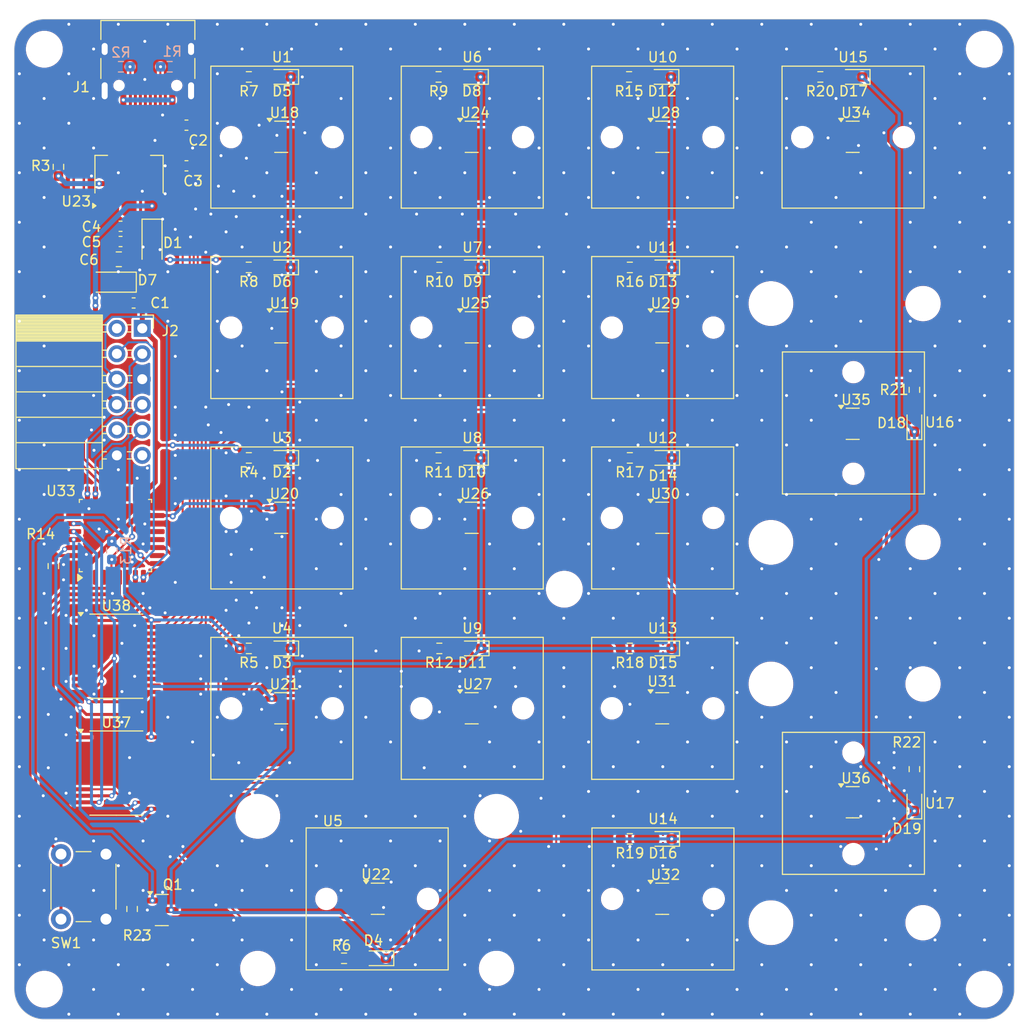
<source format=kicad_pcb>
(kicad_pcb (version 20241229) (generator "pcbnew") (generator_version "9.0")
  (layers (0 "F.Cu" signal) (2 "B.Cu" signal) (13 "F.Paste" user) (15 "B.Paste" user) (5 "F.SilkS" user "F.Silkscreen") (7 "B.SilkS" user "B.Silkscreen") (1 "F.Mask" user) (3 "B.Mask" user) (25 "Edge.Cuts" user))
  (net 0 "")
  (net 1 "+3V3")
  (net 2 "GND")
  (net 3 "+5V")
  (net 4 "Net-(J1-CC2)")
  (net 6 "USB_DP")
  (net 7 "Net-(J1-CC1)")
  (net 8 "USB_DM")
  (net 10 "MCO_IN")
  (net 11 "SWDIO")
  (net 12 "UART_RX")
  (net 13 "SWCLK")
  (net 14 "RESET")
  (net 15 "UART_TX")
  (net 18 "Net-(U33-PB8)")
  (net 19 "ADC2_3:4")
  (net 20 "ADC2_3:1")
  (net 21 "ADC1_1:6")
  (net 22 "ADC1_1:3")
  (net 23 "ADC1_1:0")
  (net 24 "ADC2_3:5")
  (net 25 "ADC2_3:2")
  (net 26 "ADC1_1:7")
  (net 27 "ADC1_1:4")
  (net 28 "ADC2_3:6")
  (net 29 "ADC2_3:3")
  (net 30 "ADC1_1:8")
  (net 31 "ADC1_1:5")
  (net 32 "ADC1_1:1")
  (net 36 "SELECT_0")
  (net 40 "SELECT_1")
  (net 43 "ADC1_1")
  (net 44 "SELECT_2")
  (net 45 "SELECT_3")
  (net 46 "COM_FET")
  (net 49 "ADC2_3")
  (net 51 "ADC2_3:7")
  (net 52 "ADC2_3:0")
  (net 53 "ADC1_1:2")
  (net 54 "Net-(D2-A)")
  (net 55 "Net-(D3-A)")
  (net 56 "Net-(D4-A)")
  (net 57 "Net-(D5-A)")
  (net 58 "Net-(D6-A)")
  (net 59 "Net-(D8-A)")
  (net 60 "Net-(D9-A)")
  (net 61 "Net-(D10-A)")
  (net 62 "Net-(D11-A)")
  (net 63 "Net-(D12-A)")
  (net 64 "Net-(D13-A)")
  (net 65 "Net-(D14-A)")
  (net 66 "Net-(D15-A)")
  (net 67 "Net-(D16-A)")
  (net 68 "Net-(D17-A)")
  (net 69 "Net-(D18-A)")
  (net 70 "Net-(D19-A)")
  (net 71 "LED_PWM")
  (footprint "Package_TO_SOT_SMD:SOT-23" (layer "F.Cu") (at 181.79 73.804)
    (property "Reference" "U29")
    (property "Value" "AH49FNTR-G1")
  )
  (footprint "LED_SMD:LED_0603_1608Metric_Pad1.05x0.95mm_HandSolder" (layer "F.Cu") (at 181.864 124.968 180)
    (property "Reference" "D16")
    (property "Value" "LED")
  )
  (footprint "MountingHole:MountingHole_3.2mm_M3" (layer "F.Cu") (at 214 46)
    (property "Reference" "REF**" (hide yes))
    (property "Value" "MountingHole_3.2mm_M3" (hide yes))
  )
  (footprint "Package_TO_SOT_SMD:SOT-23" (layer "F.Cu") (at 200.84 83.456)
    (property "Reference" "U35")
    (property "Value" "AH49FNTR-G1")
  )
  (footprint "Resistor_SMD:R_0603_1608Metric_Pad0.98x0.95mm_HandSolder" (layer "F.Cu") (at 178.5525 124.968 180)
    (property "Reference" "R19")
    (property "Value" "1.2k")
  )
  (footprint "LED_SMD:LED_0603_1608Metric_Pad1.05x0.95mm_HandSolder" (layer "F.Cu") (at 200.914 48.768 180)
    (property "Reference" "D17")
    (property "Value" "LED")
  )
  (footprint "LED_SMD:LED_0603_1608Metric_Pad1.05x0.95mm_HandSolder" (layer "F.Cu") (at 162.74 86.868 180)
    (property "Reference" "D10")
    (property "Value" "LED")
  )
  (footprint "Resistor_SMD:R_0603_1608Metric_Pad0.98x0.95mm_HandSolder" (layer "F.Cu") (at 121.412 57.7615 -90)
    (property "Reference" "R3")
    (property "Value" "1.5k")
  )
  (footprint "Package_TO_SOT_SMD:SOT-23" (layer "F.Cu") (at 143.69 111.904)
    (property "Reference" "U21")
    (property "Value" "AH49FNTR-G1")
  )
  (footprint "Package_SO:SSOP-24_5.3x8.2mm_P0.65mm" (layer "F.Cu") (at 127.198 118.383)
    (property "Reference" "U37")
    (property "Value" "CD74HC4067SM")
  )
  (footprint "Resistor_SMD:R_0603_1608Metric_Pad0.98x0.95mm_HandSolder" (layer "F.Cu") (at 178.4785 48.768 180)
    (property "Reference" "R15")
    (property "Value" "1.2k")
  )
  (footprint "MyLib:KS-20_1u" (layer "F.Cu") (at 162.79455 92.872)
    (property "Reference" "U8")
    (property "Value" "5")
  )
  (footprint "Package_TO_SOT_SMD:SOT-23" (layer "F.Cu") (at 181.79 54.754)
    (property "Reference" "U28")
    (property "Value" "AH49FNTR-G1")
  )
  (footprint "Resistor_SMD:R_0603_1608Metric_Pad0.98x0.95mm_HandSolder" (layer "F.Cu") (at 178.5525 67.818 180)
    (property "Reference" "R16")
    (property "Value" "1.2k")
  )
  (footprint "LED_SMD:LED_0603_1608Metric_Pad1.05x0.95mm_HandSolder" (layer "F.Cu") (at 143.764 105.918 180)
    (property "Reference" "D3")
    (property "Value" "LED")
  )
  (footprint "LED_SMD:LED_0603_1608Metric_Pad1.05x0.95mm_HandSolder" (layer "F.Cu") (at 181.864 67.818 180)
    (property "Reference" "D13")
    (property "Value" "LED")
  )
  (footprint "MyLib:KS-20_1u" (layer "F.Cu") (at 200.87455 54.792)
    (property "Reference" "U15")
    (property "Value" "-")
  )
  (footprint "Capacitor_SMD:C_0603_1608Metric_Pad1.08x0.95mm_HandSolder" (layer "F.Cu") (at 128.9315 71.374 180)
    (property "Reference" "C1")
    (property "Value" "0.1u")
  )
  (footprint "Package_TO_SOT_SMD:SOT-23" (layer "F.Cu") (at 162.74 73.804)
    (property "Reference" "U25")
    (property "Value" "AH49FNTR-G1")
  )
  (footprint "LED_SMD:LED_0603_1608Metric_Pad1.05x0.95mm_HandSolder" (layer "F.Cu") (at 143.764 86.868 180)
    (property "Reference" "D2")
    (property "Value" "LED")
  )
  (footprint "MyLib:KS-20_1u" (layer "F.Cu") (at 162.79455 54.792)
    (property "Reference" "U6")
    (property "Value" "/")
  )
  (footprint "LED_SMD:LED_0603_1608Metric_Pad1.05x0.95mm_HandSolder" (layer "F.Cu") (at 181.79 48.768 180)
    (property "Reference" "D12")
    (property "Value" "LED")
  )
  (footprint "MyLib:KS-20_1u" (layer "F.Cu") (at 162.79455 73.832)
    (property "Reference" "U7")
    (property "Value" "8")
  )
  (footprint "LED_SMD:LED_0603_1608Metric_Pad1.05x0.95mm_HandSolder" (layer "F.Cu") (at 207.01 121.302 90)
    (property "Reference" "D19")
    (property "Value" "LED")
  )
  (footprint "Resistor_SMD:R_0603_1608Metric_Pad0.98x0.95mm_HandSolder" (layer "F.Cu") (at 159.5025 105.918 180)
    (property "Reference" "R12")
    (property "Value" "1.2k")
  )
  (footprint "Resistor_SMD:R_0603_1608Metric_Pad0.98x0.95mm_HandSolder" (layer "F.Cu") (at 207.01 117.9905 90)
    (property "Reference" "R22")
    (property "Value" "1.2k")
  )
  (footprint "MountingHole:MountingHole_3.2mm_M3" (layer "F.Cu") (at 214 140)
    (property "Reference" "REF**" (hide yes))
    (property "Value" "MountingHole_3.2mm_M3" (hide yes))
  )
  (footprint "Package_TO_SOT_SMD:SOT-23" (layer "F.Cu") (at 200.84 121.302)
    (property "Reference" "U36")
    (property "Value" "AH49FNTR-G1")
  )
  (footprint "Resistor_SMD:R_0603_1608Metric_Pad0.98x0.95mm_HandSolder" (layer "F.Cu") (at 178.5525 86.868 180)
    (property "Reference" "R17")
    (property "Value" "1.2k")
  )
  (footprint "Resistor_SMD:R_0603_1608Metric_Pad0.98x0.95mm_HandSolder" (layer "F.Cu") (at 178.5525 105.918 180)
    (property "Reference" "R18")
    (property "Value" "1.2k")
  )
  (footprint "MyLib:KS-20_2u" (layer "F.Cu") (at 153.2845 130.966 180)
    (property "Reference" "U5")
    (property "Value" "0")
  )
  (footprint "Resistor_SMD:R_0603_1608Metric_Pad0.98x0.95mm_HandSolder" (layer "F.Cu") (at 159.4285 86.868 180)
    (property "Reference" "R11")
    (property "Value" "1.2k")
  )
  (footprint "LED_SMD:LED_0603_1608Metric_Pad1.05x0.95mm_HandSolder" (layer "F.Cu") (at 181.864 86.868 180)
    (property "Reference" "D14")
    (property "Value" "LED")
  )
  (footprint "Resistor_SMD:R_0603_1608Metric_Pad0.98x0.95mm_HandSolder" (layer "F.Cu") (at 159.4285 48.768 180)
    (property "Reference" "R9")
    (property "Value" "1.2k")
  )
  (footprint "LED_SMD:LED_0603_1608Metric_Pad1.05x0.95mm_HandSolder" (layer "F.Cu") (at 143.75455 67.818 180)
    (property "Reference" "D6")
    (property "Value" "LED")
  )
  (footprint "LED_SMD:LED_0603_1608Metric_Pad1.05x0.95mm_HandSolder" (layer "F.Cu") (at 162.74 48.768 180)
    (property "Reference" "D8")
    (property "Value" "LED")
  )
  (footprint "Diode_SMD:D_SOD-123" (layer "F.Cu") (at 126.836 69.292 180)
    (property "Reference" "D7")
    (property "Value" "1N4148")
  )
  (footprint "Capacitor_SMD:C_0603_1608Metric_Pad1.08x0.95mm_HandSolder" (layer "F.Cu") (at 134.2125 57.658)
    (property "Reference" "C3")
    (property "Value" "0.1u")
  )
  (footprint "MyLib:KS-20_1u" (layer "F.Cu") (at 181.86455 130.972)
    (property "Reference" "U14")
    (property "Value" ".")
  )
  (footprint "Package_TO_SOT_SMD:SOT-23" (layer "F.Cu") (at 200.84 54.754)
    (property "Reference" "U34")
    (property "Value" "AH49FNTR-G1")
  )
  (footprint "Package_TO_SOT_SMD:SOT-23" (layer "F.Cu") (at 162.74 92.854)
    (property "Reference" "U26")
    (property "Value" "AH49FNTR-G1")
  )
  (footprint "LED_SMD:LED_0603_1608Metric_Pad1.05x0.95mm_HandSolder" (layer "F.Cu") (at 207.01 83.372 90)
    (property "Reference" "D18")
    (property "Value" "LED")
  )
  (footprint "MyLib:KS-20_1u" (layer "F.Cu") (at 181.83455 92.872)
    (property "Reference" "U12")
    (property "Value" "6")
  )
  (footprint "MyLib:KS-20_2u" (layer "F.Cu") (at 200.914 83.372 -90)
    (property "Reference" "U16")
    (property "Value" "+")
  )
  (footprint "MyLib:KS-20_1u" (layer "F.Cu") (at 181.83455 73.832)
    (property "Reference" "U11")
    (property "Value" "9")
  )
  (footprint "MyLib:KS-20_1u" (layer "F.Cu") (at 143.75455 73.832)
    (property "Reference" "U2")
    (property "Value" "7")
  )
  (footprint "LED_SMD:LED_0603_1608Metric_Pad1.05x0.95mm_HandSolder" (layer "F.Cu") (at 181.864 105.918 180)
    (property "Reference" "D15")
    (property "Value" "LED")
  )
  (footprint "MountingHole:MountingHole_3.2mm_M3" (layer "F.Cu") (at 172 100)
    (property "Reference" "REF**" (hide yes))
    (property "Value" "MountingHole_3.2mm_M3" (hide yes))
  )
  (footprint "Resistor_SMD:R_0603_1608Metric_Pad0.98x0.95mm_HandSolder" (layer "F.Cu") (at 207.01 80.0605 90)
    (property "Reference" "R21")
    (property "Value" "1.2k")
  )
  (footprint "Connector_PinSocket_2.54mm:PinSocket_2x06_P2.54mm_Horizontal" (layer "F.Cu") (at 129.794 73.914)
    (property "Reference" "J2")
    (property "Value" "Conn_02x06_Odd_Even")
  )
  (footprint "Resistor_SMD:R_0603_1608Metric_Pad0.98x0.95mm_HandSolder" (layer "F.Cu") (at 140.44305 67.818 180)
    (property "Reference" "R8")
    (property "Value" "1.2k")
  )
  (footprint "Package_TO_SOT_SMD:SOT-23" (layer "F.Cu") (at 162.74 111.904)
    (property "Reference" "U27")
    (property "Value" "AH49FNTR-G1")
  )
  (footprint "MountingHole:MountingHole_3.2mm_M3" (layer "F.Cu") (at 120 46)
    (property "Reference" "REF**" (hide yes))
    (property "Value" "MountingHole_3.2mm_M3" (hide yes))
  )
  (footprint "MyLib:USB_C_Receptacle_HRO_TYPE-C-31-M-12" (layer "F.Cu") (at 130.354 47.024 180)
    (property "Reference" "J1")
    (property "Value" "USB_C_Receptacle_USB2.0")
  )
  (footprint "Resistor_SMD:R_0603_1608Metric_Pad0.98x0.95mm_HandSolder" (layer "F.Cu") (at 140.4525 86.868 180)
    (property "Reference" "R4")
    (property "Value" "1.2k")
  )
  (footprint "Resistor_SMD:R_0603_1608Metric_Pad0.98x0.95mm_HandSolder" (layer "F.Cu") (at 149.973 136.906 180)
    (property "Reference" "R6")
    (property "Value" "1.2k")
  )
  (footprint "Package_TO_SOT_SMD:SOT-23" (layer "F.Cu") (at 153.342 130.954)
    (property "Reference" "U22")
    (property "Value" "AH49FNTR-G1")
  )
  (footprint "Resistor_SMD:R_0603_1608Metric_Pad0.98x0.95mm_HandSolder" (layer "F.Cu") (at 140.4525 48.768 180)
    (property "Reference" "R7")
    (property "Value" "1.2k")
  )
  (footprint "LED_SMD:LED_0603_1608Metric_Pad1.05x0.95mm_HandSolder" (layer "F.Cu") (at 153.2845 136.906 180)
    (property "Reference" "D4")
    (property "Value" "LED")
  )
  (footprint "Package_TO_SOT_SMD:SOT-23" (layer "F.Cu") (at 143.69 73.804)
    (property "Reference" "U19")
    (property "Value" "AH49FNTR-G1")
  )
  (footprint "Capacitor_SMD:C_0805_2012Metric_Pad1.18x1.45mm_HandSolder" (layer "F.Cu") (at 127.4485 67.006 180)
    (property "Reference" "C6")
    (property "Value" "25v22u")
  )
  (footprint "Package_TO_SOT_SMD:SOT-23" (layer "F.Cu") (at 131.7475 132.08)
    (property "Reference" "Q1")
    (property "Value" "BSS138")
  )
  (footprint "MyLib:KS-20_2u" (layer "F.Cu") (at 200.914 121.412 -90)
    (property "Reference" "U17")
    (property "Value" "Enter")
  )
  (footprint "Resistor_SMD:R_0603_1608Metric_Pad0.98x0.95mm_HandSolder" (layer "F.Cu") (at 120.904 97.6865 90)
    (property "Reference" "R14")
    (property "Value" "10k")
  )
  (footprint "Capacitor_SMD:C_0603_1608Metric_Pad1.08x0.95mm_HandSolder" (layer "F.Cu") (at 127.6235 65.228 180)
    (property "Reference" "C5")
    (property "Value" "0.47u")
  )
  (footprint "Capacitor_SMD:C_0603_1608Metric_Pad1.08x0.95mm_HandSolder" (layer "F.Cu") (at 134.2125 53.594)
    (property "Reference" "C2")
    (property "Value" "0.1u")
  )
  (footprint "MyLib:KS-20_1u" (layer "F.Cu") (at 143.75455 92.872)
    (property "Reference" "U3")
    (property "Value" "4")
  )
  (footprint "Resistor_SMD:R_0603_1608Metric_Pad0.98x0.95mm_HandSolder" (layer "F.Cu") (at 140.4525 105.918 180)
    (property "Reference" "R5")
    (property "Value" "1.2k")
  )
  (footprint "MountingHole:MountingHole_3.2mm_M3" (layer "F.Cu") (at 120 140)
    (property "Reference" "REF**" (hide yes))
    (property "Value" "MountingHole_3.2mm_M3" (hide yes))
  )
  (footprint "Package_SO:SSOP-24_5.3x8.2mm_P0.65mm" (layer "F.Cu") (at 127.198 106.699)
    (property "Reference" "U38")
    (property "Value" "CD74HC4067SM")
  )
  (footprint "LED_SMD:LED_0603_1608Metric_Pad1.05x0.95mm_HandSolder" (layer "F.Cu") (at 162.814 105.918 180)
    (property "Reference" "D11")
    (property "Value" "LED")
  )
  (footprint "Package_TO_SOT_SMD:SOT-23" (layer "F.Cu") (at 143.69 92.854)
    (property "Reference" "U20")
    (property "Value" "AH49FNTR-G1")
  )
  (footprint "LED_SMD:LED_0603_1608Metric_Pad1.05x0.95mm_HandSolder" (layer "F.Cu") (at 143.764 48.768 180)
    (property "Reference" "D5")
    (property "Value" "LED")
  )
  (footprint "Package_TO_SOT_SMD:SOT-223-3_TabPin2" (layer "F.Cu") (at 128.472 58.522 90)
    (property "Reference" "U23")
    (property "Value" "LM1117GS-3.3")
  )
  (footprint "Package_TO_SOT_SMD:SOT-23" (layer "F.Cu") (at 162.74 54.754)
    (property "Reference" "U24")
    (property "Value" "AH49FNTR-G1")
  )
  (footprint "MyLib:KS-20_1u" (layer "F.Cu") (at 143.75455 54.792)
    (property "Reference" "U1")
    (property "Value" "NUMLOCK")
  )
  (footprint "Package_TO_SOT_SMD:SOT-23" (layer "F.Cu") (at 143.69 54.754)
    (property "Reference" "U18")
    (property "Value" "AH49FNTR-G1")
  )
  (footprint "Package_QFP:LQFP-32_7x7mm_P0.8mm" (layer "F.Cu") (at 127.111 94.634 90)
    (property "Reference" "U33")
    (property "Value" "STM32G431K8Tx")
  )
  (footprint "MyLib:KS-20_1u" (layer "F.Cu") (at 162.79455 111.912)
    (property "Reference" "U9")
    (property "Value" "2")
  )
  (footprint "MyLib:KS-20_1u" (layer "F.Cu") (at 181.83455 111.912)
    (property "Reference" "U13")
    (property "Value" "3")
  )
  (footprint "Capacitor_SMD:C_0603_1608Metric_Pad1.08x0.95mm_HandSolder" (layer "F.Cu") (at 127.6235 63.704 180)
    (property "Reference" "C4")
    (property "Value" "0.01u")
  )
  (footprint "LED_SMD:LED_0603_1608Metric_Pad1.05x0.95mm_HandSolder" (layer "F.Cu") (at 162.814 67.818 180)
    (property "Reference" "D9")
    (property "Value" "LED")
  )
  (footprint "Resistor_SMD:R_0603_1608Metric_Pad0.98x0.95mm_HandSolder" (layer "F.Cu") (at 197.6025 48.768 180)
    (property "Reference" "R20")
    (property "Value" "1.2k")
  )
  (footprint "Package_TO_SOT_SMD:SOT-23" (layer "F.Cu") (at 181.79 111.904)
    (property "Reference" "U31")
    (property "Value" "AH49FNTR-G1")
  )
  (footprint "Diode_SMD:D_SOD-123" (layer "F.Cu") (at 130.772 65.354 -90)
    (property "Reference" "D1")
    (property "Value" "1N4148")
  )
  (footprint "Resistor_SMD:R_0603_1608Metric_Pad0.98x0.95mm_HandSolder" (layer "F.Cu") (at 128.778 131.9765 90)
    (property "Reference" "R23")
    (property "Value" "10k")
  )
  (footprint "MyLib:KS-20_1u" (layer "F.Cu") (at 181.83455 54.792)
    (property "Reference" "U10")
    (property "Value" "*")
  )
  (footprint "Resistor_SMD:R_0603_1608Metric_Pad0.98x0.95mm_HandSolder" (layer "F.Cu") (at 159.5025 67.818 180)
    (property "Reference" "R10")
    (property "Value" "1.2k")
  )
  (footprint "Package_TO_SOT_SMD:SOT-23" (layer "F.Cu") (at 181.79 92.854)
    (property "Reference" "U30")
    (property "Value" "AH49FNTR-G1")
  )
  (footprint "Button_Switch_THT:SW_PUSH_6mm" (layer "F.Cu") (at 121.666 132.992 90)
    (property "Reference" "SW1")
    (property "Value" "SW_Push")
  )
  (footprint "Package_TO_SOT_SMD:SOT-23" (layer "F.Cu") (at 181.79 130.954)
    (property "Reference" "U32")
    (property "Value" "AH49FNTR-G1")
  )
  (footprint "MyLib:KS-20_1u" (layer "F.Cu") (at 143.75455 111.912)
    (property "Reference" "U4")
    (property "Value" "1")
  )
  (footprint "Resistor_SMD:R_0603_1608Metric_Pad0.98x0.95mm_HandSolder" (layer "B.Cu") (at 132.534 47.752)
    (property "Reference" "R1")
    (property "Value" "5.1k")
  )
  (footprint "Resistor_SMD:R_0603_1608Metric_Pad0.98x0.95mm_HandSolder" (layer "B.Cu") (at 127.661 47.752 180)
    (property "Reference" "R2")
    (property "Value" "5.1k")
  )
  (footprint "Resistor_SMD:R_0603_1608Metric_Pad0.98x0.95mm_HandSolder" (layer "B.Cu") (at 126.746 96.1155 90)
    (property "Reference" "R13")
    (property "Value" "10k")
  )
  (gr_line (start 120 143) (end 214 143) (stroke (width 0.05)) (layer "Edge.Cuts"))
  (gr_arc (start 217 140) (mid 216.12132 142.12132) (end 214 143) (stroke (width 0.05)) (layer "Edge.Cuts"))
  (gr_arc (start 214 43) (mid 216.12132 43.87868) (end 217 46) (stroke (width 0.05)) (layer "Edge.Cuts"))
  (gr_line (start 214 43) (end 120 43) (stroke (width 0.05)) (layer "Edge.Cuts"))
  (gr_arc (start 120 143) (mid 117.87868 142.12132) (end 117 140) (stroke (width 0.05)) (layer "Edge.Cuts"))
  (gr_arc (start 117 46) (mid 117.87868 43.87868) (end 120 43) (stroke (width 0.05)) (layer "Edge.Cuts"))
  (gr_line (start 117 46) (end 117 140) (stroke (width 0.05)) (layer "Edge.Cuts"))
  (gr_line (start 217 140) (end 217 46) (stroke (width 0.05)) (layer "Edge.Cuts"))
  (segment (start 204.216 82.804) (end 204.216 116.586) (width 0.3) (layer "F.Cu") (net 1))
  (segment (start 181.1605 129.696) (end 188.116 129.696) (width 0.3) (layer "F.Cu") (net 1))
  (segment (start 189.484 131.572) (end 185.055 136.001) (width 0.3) (layer "F.Cu") (net 1))
  (segment (start 158.516 48.151) (end 158.75 47.917) (width 0.3) (layer "F.Cu") (net 1))
  (segment (start 195.839 47.917) (end 196.69 48.768) (width 0.3) (layer "F.Cu") (net 1))
  (segment (start 177.64 126.7915) (end 180.8525 130.004) (width 0.3) (layer "F.Cu") (net 1))
  (segment (start 176.789 66.967) (end 177.64 67.818) (width 0.3) (layer "F.Cu") (net 1))
  (segment (start 158.59 69.6415) (end 161.8025 72.854) (width 0.3) (layer "F.Cu") (net 1))
  (segment (start 158.476 48.151) (end 158.242 47.917) (width 0.3) (layer "F.Cu") (net 1))
  (segment (start 128.486 67.006) (end 130.77 67.006) (width 0.5) (layer "F.Cu") (net 1))
  (segment (start 142.7525 53.804) (end 143.0405 53.516) (width 0.3) (layer "F.Cu") (net 1))
  (segment (start 158.75 104.902) (end 176.624 104.902) (width 0.3) (layer "F.Cu") (net 1))
  (segment (start 139.192 85.852) (end 139.54 86.2) (width 0.3) (layer "F.Cu") (net 1))
  (segment (start 132.766 92.634) (end 132.842 92.71) (width 0.3) (layer "F.Cu") (net 1))
  (segment (start 139.54 48.768) (end 139.54 50.5915) (width 0.3) (layer "F.Cu") (net 1))
  (segment (start 177.566 48.768) (end 177.566 48.26) (width 0.3) (layer "F.Cu") (net 1))
  (segment (start 177.566 48.151) (end 177.8 47.917) (width 0.3) (layer "F.Cu") (net 1))
  (segment (start 131.095 85.598) (end 131.572 85.598) (width 0.3) (layer "F.Cu") (net 1))
  (segment (start 189.484 131.064) (end 189.738 131.318) (width 0.3) (layer "F.Cu") (net 1))
  (segment (start 199.6145 53.516) (end 199.9025 53.804) (width 0.3) (layer "F.Cu") (net 1))
  (segment (start 156.718 136.001) (end 156.464 136.001) (width 0.3) (layer "F.Cu") (net 1))
  (segment (start 152.4045 130.004) (end 154.779678 130.004) (width 0.3) (layer "F.Cu") (net 1))
  (segment (start 158.242 47.917) (end 158.496 47.917) (width 0.3) (layer "F.Cu") (net 1))
  (segment (start 156.718 135.636) (end 156.718 136.001) (width 0.3) (layer "F.Cu") (net 1))
  (segment (start 190.1009 130.9551) (end 189.992 131.064) (width 0.3) (layer "F.Cu") (net 1))
  (segment (start 158.59 105.25) (end 158.59 105.062) (width 0.3) (layer "F.Cu") (net 1))
  (segment (start 158.59 105.25) (end 158.242 104.902) (width 0.3) (layer "F.Cu") (net 1))
  (segment (start 142.284 53.804) (end 142.7525 53.804) (width 0.3) (layer "F.Cu") (net 1))
  (segment (start 177.566 48.191) (end 177.292 47.917) (width 0.3) (layer "F.Cu") (net 1))
  (segment (start 139.54 86.2) (end 139.54 86.868) (width 0.3) (layer "F.Cu") (net 1))
  (segment (start 158.59 67.818) (end 158.59 69.6415) (width 0.3) (layer "F.Cu") (net 1))
  (segment (start 204.216 78.994) (end 204.216 79.502) (width 0.3) (layer "F.Cu") (net 1))
  (segment (start 204.37 79.148) (end 204.216 78.994) (width 0.3) (layer "F.Cu") (net 1))
  (segment (start 204.216 127.508) (end 200.7689 130.9551) (width 0.3) (layer "F.Cu") (net 1))
  (segment (start 128.472 61.672) (end 128.472 66.992) (width 0.5) (layer "F.Cu") (net 1))
  (segment (start 129.911 92.02705) (end 129.48205 92.456) (width 0.5) (layer "F.Cu") (net 1))
  (segment (start 189.484 131.064) (end 189.484 131.572) (width 0.3) (layer "F.Cu") (net 1))
  (segment (start 139.53055 67.30555) (end 139.53055 67.13645) (width 0.3) (layer "F.Cu") (net 1))
  (segment (start 131.095 89.275) (end 129.911 90.459) (width 0.5) (layer "F.Cu") (net 1))
  (segment (start 156.718 135.747) (end 156.972 136.001) (width 0.3) (layer "F.Cu") (net 1))
  (segment (start 204.216 116.586) (end 204.216 117.094) (width 0.3) (layer "F.Cu") (net 1))
  (segment (start 176.624 85.852) (end 177.64 86.868) (width 0.3) (layer "F.Cu") (net 1))
  (segment (start 130.51795 92.634) (end 131.286 92.634) (width 0.5) (layer "F.Cu") (net 1))
  (segment (start 204.216 120.65) (end 204.216 127.508) (width 0.3) (layer "F.Cu") (net 1))
  (segment (start 143.0705 110.636) (end 180.5345 110.636) (width 0.3) (layer "F.Cu") (net 1))
  (segment (start 204.006 120.352) (end 204.216 120.142) (width 0.3) (layer "F.Cu") (net 1))
  (segment (start 158.75 85.852) (end 176.624 85.852) (width 0.3) (layer "F.Cu") (net 1))
  (segment (start 204.47 117.078) (end 204.47 117.094) (width 0.3) (layer "F.Cu") (net 1))
  (segment (start 139.54 50.5915) (end 142.7525 53.804) (width 0.3) (layer "F.Cu") (net 1))
  (segment (start 204.216 120.142) (end 204.216 120.65) (width 0.3) (layer "F.Cu") (net 1))
  (segment (start 131.095 85.09) (end 131.095 85.598) (width 0.5) (layer "F.Cu") (net 1))
  (segment (start 202.277678 53.804) (end 204.216 55.742322) (width 0.3) (layer "F.Cu") (net 1))
  (segment (start 204.216 117.348) (end 204.216 120.142) (width 0.3) (layer "F.Cu") (net 1))
  (segment (start 158.516 86.126) (end 158.242 85.852) (width 0.3) (layer "F.Cu") (net 1))
  (segment (start 158.59 67.315) (end 158.242 66.967) (width 0.3) (layer "F.Cu") (net 1))
  (segment (start 177.566 48.26) (end 177.566 47.937) (width 0.3) (layer "F.Cu") (net 1))
  (segment (start 204.216 116.586) (end 204.216 116.824) (width 0.3) (layer "F.Cu") (net 1))
  (segment (start 131.572 85.598) (end 131.572 85.629) (width 0.3) (layer "F.Cu") (net 1))
  (segment (start 207.01 79.148) (end 204.37 79.148) (width 0.3) (layer "F.Cu") (net 1))
  (segment (start 204.47 117.078) (end 204.232 117.078) (width 0.3) (layer "F.Cu") (net 1))
  (segment (start 131.572 85.629) (end 131.095 86.106) (width 0.3) (layer "F.Cu") (net 1))
  (segment (start 128.472 61.672) (end 126.236 59.436) (width 0.5) (layer "F.Cu") (net 1))
  (segment (start 139.53055 67.818) (end 139.53055 69.63205) (width 0.3) (layer "F.Cu") (net 1))
  (segment (start 131.286 92.634) (end 132.766 92.634) (width 0.3) (layer "F.Cu") (net 1))
  (segment (start 129.794 73.914) (end 131.095 75.215) (width 0.5) (layer "F.Cu") (net 1))
  (segment (start 177.64 69.6415) (end 180.8525 72.854) (width 0.3) (layer "F.Cu") (net 1))
  (segment (start 204.216 82.716) (end 204.006 82.506) (width 0.3) (layer "F.Cu") (net 1))
  (segment (start 140.391 47.917) (end 158.242 47.917) (width 0.3) (layer "F.Cu") (net 1))
  (segment (start 139.954 85.852) (end 139.888 85.852) (width 0.3) (layer "F.Cu") (net 1))
  (segment (start 177.292 47.917) (end 177.546 47.917) (width 0.3) (layer "F.Cu") (net 1))
  (segment (start 176.624 104.902) (end 177.64 105.918) (width 0.3) (layer "F.Cu") (net 1))
  (segment (start 140.556 104.902) (end 158.242 104.902) (width 0.3) (layer "F.Cu") (net 1))
  (segment (start 156.718 131.942322) (end 156.718 135.636) (width 0.3) (layer "F.Cu") (net 1))
  (segment (start 177.8 47.917) (end 195.839 47.917) (width 0.3) (layer "F.Cu") (net 1))
  (segment (start 204.216 82.804) (end 204.216 82.716) (width 0.3) (layer "F.Cu") (net 1))
  (segment (start 158.75 66.967) (end 176.789 66.967) (width 0.3) (layer "F.Cu") (net 1))
  (segment (start 204.216 120.562) (end 204.006 120.352) (width 0.3) (layer "F.Cu") (net 1))
  (segment (start 128.472 55.372) (end 128.472 61.672) (width 1) (layer "F.Cu") (net 1))
  (segment (start 200.7689 130.9551) (end 190.1009 130.9551) (width 0.3) (layer "F.Cu") (net 1))
  (segment (start 132.536 67.004) (end 132.588 67.056) (width 0.3) (layer "F.Cu") (net 1))
  (segment (start 139.54 105.918) (end 140.556 104.902) (width 0.3) (layer "F.Cu") (net 1))
  (segment (start 137.16 67.056) (end 137.249 66.967) (width 0.3) (layer "F.Cu") (net 1))
  (segment (start 158.75 47.917) (end 177.292 47.917) (width 0.3) (layer "F.Cu") (net 1))
  (segment (start 204.216 116.824) (end 204.47 117.078) (width 0.3) (layer "F.Cu") (net 1))
  (segment (start 199.9025 53.804) (end 202.277678 53.804) (width 0.3) (layer "F.Cu") (net 1))
  (segment (start 139.53055 67.30555) (end 139.192 66.967) (width 0.3) (layer "F.Cu") (net 1))
  (segment (start 158.516 48.26) (end 158.516 47.937) (width 0.3) (layer "F.Cu") (net 1))
  (segment (start 204.216 55.742322) (end 204.216 78.994) (width 0.3) (layer "F.Cu") (net 1))
  (segment (start 130.772 67.004) (end 132.536 67.004) (width 0.3) (layer "F.Cu") (net 1))
  (segment (start 139.954 85.852) (end 158.242 85.852) (width 0.3) (layer "F.Cu") (net 1))
  (segment (start 177.546 47.917) (end 177.8 47.917) (width 0.3) (layer "F.Cu") (net 1))
  (segment (start 156.972 136.001) (end 156.718 136.001) (width 0.3) (layer "F.Cu") (net 1))
  (segment (start 207.01 117.078) (end 204.47 117.078) (width 0.3) (layer "F.Cu") (net 1))
  (segment (start 131.095 75.215) (end 131.095 85.09) (width 0.5) (layer "F.Cu") (net 1))
  (segment (start 139.7 66.967) (end 158.242 66.967) (width 0.3) (layer "F.Cu") (net 1))
  (segment (start 177.64 124.968) (end 177.64 126.7915) (width 0.3) (layer "F.Cu") (net 1))
  (segment (start 143.0405 53.516) (end 199.6145 53.516) (width 0.3) (layer "F.Cu") (net 1))
  (segment (start 139.53055 67.818) (end 139.53055 67.30555) (width 0.3) (layer "F.Cu") (net 1))
  (segment (start 177.566 47.937) (end 177.546 47.917) (width 0.3) (layer "F.Cu") (net 1))
  (segment (start 137.249 66.967) (end 139.192 66.967) (width 0.3) (layer "F.Cu") (net 1))
  (segment (start 204.232 117.078) (end 204.216 117.094) (width 0.3) (layer "F.Cu") (net 1))
  (segment (start 131.572 85.598) (end 132.842 85.598) (width 0.3) (layer "F.Cu") (net 1))
  (segment (start 189.992 131.064) (end 189.738 131.318) (width 0.3) (layer "F.Cu") (net 1))
  (segment (start 156.718 135.747) (end 156.464 136.001) (width 0.3) (layer "F.Cu") (net 1))
  (segment (start 129.911 92.02705) (end 130.51795 92.634) (width 0.5) (layer "F.Cu") (net 1))
  (segment (start 158.59 67.818) (end 158.59 67.315) (width 0.3) (layer "F.Cu") (net 1))
  (segment (start 126.236 59.436) (end 125.476 59.436) (width 0.5) (layer "F.Cu") (net 1))
  (segment (start 131.095 85.598) (end 131.095 86.106) (width 0.5) (layer "F.Cu") (net 1))
  (segment (start 188.116 129.696) (end 189.484 131.064) (width 0.3) (layer "F.Cu") (net 1))
  (segment (start 204.47 117.094) (end 204.216 117.348) (width 0.3) (layer "F.Cu") (net 1))
  (segment (start 158.242 66.967) (end 158.75 66.967) (width 0.3) (layer "F.Cu") (net 1))
  (segment (start 156.464 136.001) (end 149.9655 136.001) (width 0.3) (layer "F.Cu") (net 1))
  (segment (start 158.59 67.315) (end 158.59 67.127) (width 0.3) (layer "F.Cu") (net 1))
  (segment (start 149.9655 136.001) (end 149.0605 136.906) (width 0.3) (layer "F.Cu") (net 1))
  (segment (start 158.516 86.086) (end 158.75 85.852) (width 0.3) (layer "F.Cu") (net 1))
  (segment (start 154.779678 130.004) (end 156.718 131.942322) (width 0.3) (layer "F.Cu") (net 1))
  (segment (start 158.516 48.768) (end 158.516 48.26) (width 0.3) (layer "F.Cu") (net 1))
  (segment (start 131.572 85.567) (end 131.095 85.09) (width 0.3) (layer "F.Cu") (net 1))
  (segment (start 158.59 67.127) (end 158.75 66.967) (width 0.3) (layer "F.Cu") (net 1))
  (segment (start 156.718 135.636) (end 156.718 135.747) (width 0.3) (layer "F.Cu") (net 1))
  (segment (start 204.006 82.506) (end 204.216 82.296) (width 0.3) (layer "F.Cu") (net 1))
  (segment (start 199.9025 82.506) (end 204.006 82.506) (width 0.3) (layer "F.Cu") (net 1))
  (segment (start 177.566 48.191) (end 177.566 48.151) (width 0.3) (layer "F.Cu") (net 1))
  (segment (start 130.772 65.316) (end 142.284 53.804) (width 0.3) (layer "F.Cu") (net 1))
  (segment (start 158.242 104.902) (end 158.75 104.902) (width 0.3) (layer "F.Cu") (net 1))
  (segment (start 139.53055 69.63205) (end 142.7525 72.854) (width 0.3) (layer "F.Cu") (net 1))
  (segment (start 129.794 70.6) (end 129.794 73.914) (width 0.5) (layer "F.Cu") (net 1))
  (segment (start 158.59 105.062) (end 158.75 104.902) (width 0.3) (layer "F.Cu") (net 1))
  (segment (start 130.772 67.004) (end 130.772 65.316) (width 0.3) (layer "F.Cu") (net 1))
  (segment (start 158.496 47.917) (end 158.75 47.917) (width 0.3) (layer "F.Cu") (net 1))
  (segment (start 204.216 79.302) (end 204.37 79.148) (width 0.3) (layer "F.Cu") (net 1))
  (segment (start 129.48205 92.51395) (end 124.311 97.685) (width 0.5) (layer "F.Cu") (net 1))
  (segment (start 128.486 67.006) (end 128.486 69.292) (width 0.5) (layer "F.Cu") (net 1))
  (segment (start 177.64 67.818) (end 177.64 69.6415) (width 0.3) (layer "F.Cu") (net 1))
  (segment (start 158.59 105.918) (end 158.59 105.25) (width 0.3) (layer "F.Cu") (net 1))
  (segment (start 139.192 66.967) (end 139.7 66.967) (width 0.3) (layer "F.Cu") (net 1))
  (segment (start 139.192 85.852) (end 139.954 85.852) (width 0.3) (layer "F.Cu") (net 1))
  (segment (start 180.5445 91.596) (end 180.8525 91.904) (width 0.3) (layer "F.Cu") (net 1))
  (segment (start 204.216 79.502) (end 204.216 82.296) (width 0.3) (layer "F.Cu") (net 1))
  (segment (start 143.0605 91.596) (end 180.5445 91.596) (width 0.3) (layer "F.Cu") (net 1))
  (segment (start 204.216 79.502) (end 204.216 79.302) (width 0.3) (layer "F.Cu") (net 1))
  (segment (start 124.311 97.685) (end 124.311 98.809) (width 0.5) (layer "F.Cu") (net 1))
  (segment (start 204.216 117.094) (end 204.216 117.348) (width 0.3) (layer "F.Cu") (net 1))
  (segment (start 128.472 66.992) (end 128.486 67.006) (width 0.5) (layer "F.Cu") (net 1))
  (segment (start 177.566 48.26) (end 177.566 48.191) (width 0.3) (layer "F.Cu") (net 1))
  (segment (start 142.7525 91.904) (end 143.0605 91.596) (width 0.3) (layer "F.Cu") (net 1))
  (segment (start 158.516 47.937) (end 158.496 47.917) (width 0.3) (layer "F.Cu") (net 1))
  (segment (start 129.911 90.459) (end 129.911 92.02705) (width 0.5) (layer "F.Cu") (net 1))
  (segment (start 131.095 86.106) (end 131.095 89.275) (width 0.5) (layer "F.Cu") (net 1))
  (segment (start 139.54 48.768) (end 140.391 47.917) (width 0.3) (layer "F.Cu") (net 1))
  (segment (start 199.9025 120.352) (end 204.006 120.352) (width 0.3) (layer "F.Cu") (net 1))
  (segment (start 129.48205 92.456) (end 129.48205 92.51395) (width 0.5) (layer "F.Cu") (net 1))
  (segment (start 158.242 85.852) (end 158.75 85.852) (width 0.3) (layer "F.Cu") (net 1))
  (segment (start 131.572 85.598) (end 131.572 85.567) (width 0.3) (layer "F.Cu") (net 1))
  (segment (start 139.53055 67.13645) (end 139.7 66.967) (width 0.3) (layer "F.Cu") (net 1))
  (segment (start 204.216 82.296) (end 204.216 82.804) (width 0.3) (layer "F.Cu") (net 1))
  (segment (start 189.738 131.318) (end 189.484 131.572) (width 0.3) (layer "F.Cu") (net 1))
  (segment (start 158.516 48.151) (end 158.476 48.151) (width 0.3) (layer "F.Cu") (net 1))
  (segment (start 204.216 120.65) (end 204.216 120.562) (width 0.3) (layer "F.Cu") (net 1))
  (segment (start 158.516 48.26) (end 158.516 48.151) (width 0.3) (layer "F.Cu") (net 1))
  (segment (start 158.516 86.868) (end 158.516 86.126) (width 0.3) (layer "F.Cu") (net 1))
  (segment (start 130.77 67.006) (end 130.772 67.004) (width 0.5) (layer "F.Cu") (net 1))
  (segment (start 180.5345 110.636) (end 180.8525 110.954) (width 0.3) (layer "F.Cu") (net 1))
  (segment (start 158.516 86.126) (end 158.516 86.086) (width 0.3) (layer "F.Cu") (net 1))
  (segment (start 180.8525 130.004) (end 181.1605 129.696) (width 0.3) (layer "F.Cu") (net 1))
  (segment (start 128.486 69.292) (end 129.794 70.6) (width 0.5) (layer "F.Cu") (net 1))
  (segment (start 189.484 131.064) (end 189.992 131.064) (width 0.3) (layer "F.Cu") (net 1))
  (segment (start 142.7525 110.954) (end 143.0705 110.636) (width 0.3) (layer "F.Cu") (net 1))
  (segment (start 185.055 136.001) (end 156.972 136.001) (width 0.3) (layer "F.Cu") (net 1))
  (segment (start 139.888 85.852) (end 139.54 86.2) (width 0.3) (layer "F.Cu") (net 1))
  (via (at 142.7525 91.904) (size 0.6) (drill 0.3) (layers "F.Cu" "B.Cu") (net 1))
  (via (at 139.54 105.918) (size 0.6) (drill 0.3) (layers "F.Cu" "B.Cu") (net 1))
  (via (at 130.698 103.074) (size 0.6) (drill 0.3) (layers "F.Cu" "B.Cu") (net 1))
  (via (at 132.842 85.598) (size 0.6) (drill 0.3) (layers "F.Cu" "B.Cu") (net 1))
  (via (at 139.192 85.852) (size 0.6) (drill 0.3) (layers "F.Cu" "B.Cu") (net 1))
  (via (at 132.842 92.71) (size 0.6) (drill 0.3) (layers "F.Cu" "B.Cu") (net 1))
  (via (at 142.7525 110.954) (size 0.6) (drill 0.3) (layers "F.Cu" "B.Cu") (net 1))
  (via (at 125.476 59.436) (size 0.6) (drill 0.3) (layers "F.Cu" "B.Cu") (net 1))
  (via (at 132.588 67.056) (size 0.6) (drill 0.3) (layers "F.Cu" "B.Cu") (net 1))
  (via (at 130.698 114.758) (size 0.6) (drill 0.3) (layers "F.Cu" "B.Cu") (net 1))
  (via (at 126.746 95.203) (size 0.5) (drill 0.3) (layers "F.Cu" "B.Cu") (net 1))
  (via (at 121.412 58.674) (size 0.6) (drill 0.3) (layers "F.Cu" "B.Cu") (net 1))
  (via (at 137.16 67.056) (size 0.6) (drill 0.3) (layers "F.Cu" "B.Cu") (net 1))
  (segment (start 130.698 103.074) (end 130.698 109.728) (width 0.3) (layer "B.Cu") (net 1))
  (segment (start 130.698 103.074) (end 136.696 103.074) (width 0.3) (layer "B.Cu") (net 1))
  (segment (start 141.688 91.904) (end 141.224 91.44) (width 0.3) (layer "B.Cu") (net 1))
  (segment (start 125.476 59.436) (end 122.174 59.436) (width 0.5) (layer "B.Cu") (net 1))
  (segment (start 141.224 91.44) (end 134.112 91.44) (width 0.3) (layer "B.Cu") (net 1))
  (segment (start 128.016 100.392) (end 130.698 103.074) (width 0.3) (layer "B.Cu") (net 1))
  (segment (start 134.112 91.44) (end 132.842 92.71) (width 0.3) (layer "B.Cu") (net 1))
  (segment (start 138.938 85.598) (end 139.192 85.852) (width 0.3) (layer "B.Cu") (net 1))
  (segment (start 130.698 109.728) (end 141.5265 109.728) (width 0.3) (layer "B.Cu") (net 1))
  (segment (start 142.7525 91.904) (end 141.688 91.904) (width 0.3) (layer "B.Cu") (net 1))
  (segment (start 137.16 67.056) (end 132.588 67.056) (width 0.3) (layer "B.Cu") (net 1))
  (segment (start 128.016 96.473) (end 128.016 100.392) (width 0.3) (layer "B.Cu") (net 1))
  (segment (start 126.746 95.203) (end 128.016 96.473) (width 0.3) (layer "B.Cu") (net 1))
  (segment (start 132.842 85.598) (end 138.938 85.598) (width 0.3) (layer "B.Cu") (net 1))
  (segment (start 141.5265 109.728) (end 142.7525 110.954) (width 0.3) (layer "B.Cu") (net 1))
  (segment (start 136.696 103.074) (end 139.54 105.918) (width 0.3) (layer "B.Cu") (net 1))
  (segment (start 130.698 109.728) (end 130.698 114.758) (width 0.3) (layer "B.Cu") (net 1))
  (segment (start 122.174 59.436) (end 121.412 58.674) (width 0.5) (layer "B.Cu") (net 1))
  (segment (start 134.674 50.154) (end 134.674 45.974) (width 0.25) (layer "F.Cu") (net 2))
  (segment (start 126.034 45.974) (end 134.674 45.974) (width 0.25) (layer "F.Cu") (net 2))
  (segment (start 135.075 52.54) (end 133.604 51.069) (width 0.5) (layer "F.Cu") (net 2))
  (segment (start 133.759 51.069) (end 134.674 50.154) (width 0.5) (layer "F.Cu") (net 2))
  (segment (start 126.949 51.069) (end 126.034 50.154) (width 0.5) (layer "F.Cu") (net 2))
  (segment (start 133.604 51.069) (end 133.759 51.069) (width 0.5) (layer "F.Cu") (net 2))
  (segment (start 135.075 53.594) (end 135.075 52.54) (width 0.5) (layer "F.Cu") (net 2))
  (segment (start 127.104 51.069) (end 126.949 51.069) (width 0.5) (layer "F.Cu") (net 2))
  (segment (start 126.034 50.154) (end 126.034 45.974) (width 0.25) (layer "F.Cu") (net 2))
  (via (at 131.826 62.992) (size 0.5) (drill 0.3) (layers "F.Cu" "B.Cu") (net 2))
  (via (at 117.50254 78.150762) (size 0.5) (drill 0.3) (layers "F.Cu" "B.Cu") (net 2))
  (via (at 176.53 87.122) (size 0.5) (drill 0.3) (layers "F.Cu" "B.Cu") (net 2))
  (via (at 124.927159 55.876905) (size 0.5) (drill 0.3) (layers "F.Cu" "B.Cu") (net 2))
  (via (at 203.454 97.028) (size 0.5) (drill 0.3) (layers "F.Cu" "B.Cu") (net 2))
  (via (at 214.022587 115.273857) (size 0.5) (drill 0.3) (layers "F.Cu" "B.Cu") (net 2))
  (via (at 211.547714 78.150762) (size 0.5) (drill 0.3) (layers "F.Cu" "B.Cu") (net 2))
  (via (at 179.374365 90.525127) (size 0.5) (drill 0.3) (layers "F.Cu" "B.Cu") (net 2))
  (via (at 174.424619 50.927159) (size 0.5) (drill 0.3) (layers "F.Cu" "B.Cu") (net 2))
  (via (at 133.096 64.008) (size 0.5) (drill 0.3) (layers "F.Cu" "B.Cu") (net 2))
  (via (at 135.128 59.436) (size 0.5) (drill 0.3) (layers "F.Cu" "B.Cu") (net 2))
  (via (at 164.525127 50.927159) (size 0.5) (drill 0.3) (layers "F.Cu" "B.Cu") (net 2))
  (via (at 211.547714 102.899492) (size 0.5) (drill 0.3) (layers "F.Cu" "B.Cu") (net 2))
  (via (at 164.525127 100.424619) (size 0.5) (drill 0.3) (layers "F.Cu" "B.Cu") (net 2))
  (via (at 209.072841 90.525127) (size 0.5) (drill 0.3) (layers "F.Cu" "B.Cu") (net 2))
  (via (at 150.114 103.632) (size 0.5) (drill 0.3) (layers "F.Cu" "B.Cu") (net 2))
  (via (at 122.452286 142.49746) (size 0.5) (drill 0.3) (layers "F.Cu" "B.Cu") (net 2))
  (via (at 186.798984 132.597968) (size 0.5) (drill 0.3) (layers "F.Cu" "B.Cu") (net 2))
  (via (at 119.977413 65.776397) (size 0.5) (drill 0.3) (layers "F.Cu" "B.Cu") (net 2))
  (via (at 199.173349 115.273857) (size 0.5) (drill 0.3) (layers "F.Cu" "B.Cu") (net 2))
  (via (at 147.201016 83.100508) (size 0.5) (drill 0.3) (layers "F.Cu" "B.Cu") (net 2))
  (via (at 209.072841 50.927159) (size 0.5) (drill 0.3) (layers "F.Cu" "B.Cu") (net 2))
  (via (at 136.398 83.566) (size 0.5) (drill 0.3) (layers "F.Cu" "B.Cu") (net 2))
  (via (at 191.74873 102.899492) (size 0.5) (drill 0.3) (layers "F.Cu" "B.Cu") (net 2))
  (via (at 125.984 82.804) (size 0.5) (drill 0.3) (layers "F.Cu" "B.Cu") (net 2))
  (via (at 211.547714 142.49746) (size 0.5) (drill 0.3) (layers "F.Cu" "B.Cu") (net 2))
  (via (at 162.050254 83.100508) (size 0.5) (drill 0.3) (layers "F.Cu" "B.Cu") (net 2))
  (via (at 196.698476 122.698476) (size 0.5) (drill 0.3) (layers "F.Cu" "B.Cu") (net 2))
  (via (at 196.698476 142.49746) (size 0.5) (drill 0.3) (layers "F.Cu" "B.Cu") (net 2))
  (via (at 135.636 108.966) (size 0.5) (drill 0.3) (layers "F.Cu" "B.Cu") (net 2))
  (via (at 120.396 117.856) (size 0.5) (drill 0.3) (layers "F.Cu" "B.Cu") (net 2))
  (via (at 214.022587 120.223603) (size 0.5) (drill 0.3) (layers "F.Cu" "B.Cu") (net 2))
  (via (at 196.698476 102.899492) (size 0.5) (drill 0.3) (layers "F.Cu" "B.Cu") (net 2))
  (via (at 194.223603 65.776397) (size 0.5) (drill 0.3) (layers "F.Cu" "B.Cu") (net 2))
  (via (at 134.826651 135.072841) (size 0.5) (drill 0.3) (layers "F.Cu" "B.Cu") (net 2))
  (via (at 186.798984 137.547714) (size 0.5) (drill 0.3) (layers "F.Cu" "B.Cu") (net 2))
  (via (at 137.301524 53.402032) (size 0.5) (drill 0.3) (layers "F.Cu" "B.Cu") (net 2))
  (via (at 189.273857 55.876905) (size 0.5) (drill 0.3) (layers "F.Cu" "B.Cu") (net 2))
  (via (at 117.50254 122.698476) (size 0.5) (drill 0.3) (layers "F.Cu" "B.Cu") (net 2))
  (via (at 129.876905 95.474873) (size 0.5) (drill 0.3) (layers "F.Cu" "B.Cu") (net 2))
  (via (at 143.764 60.706) (size 0.5) (drill 0.3) (layers "F.Cu" "B.Cu") (net 2))
  (via (at 162.050254 137.547714) (size 0.5) (drill 0.3) (layers "F.Cu" "B.Cu") (net 2))
  (via (at 199.173349 60.826651) (size 0.5) (drill 0.3) (layers "F.Cu" "B.Cu") (net 2))
  (via (at 140.716 92.202) (size 0.5) (drill 0.3) (layers "F.Cu" "B.Cu") (net 2))
  (via (at 122.452286 53.402032) (size 0.5) (drill 0.3) (layers "F.Cu" "B.Cu") (net 2))
  (via (at 169.474873 75.675889) (size 0.5) (drill 0.3) (layers "F.Cu" "B.Cu") (net 2))
  (via (at 211.547714 122.698476) (size 0.5) (drill 0.3) (layers "F.Cu" "B.Cu") (net 2))
  (via (at 133.096 99.314) (size 0.5) (drill 0.3) (layers "F.Cu" "B.Cu") (net 2))
  (via (at 206.597968 58.351778) (size 0.5) (drill 0.3) (layers "F.Cu" "B.Cu") (net 2))
  (via (at 169.672 120.904) (size 0.5) (drill 0.3) (layers "F.Cu" "B.Cu") (net 2))
  (via (at 191.74873 127.648222) (size 0.5) (drill 0.3) (layers "F.Cu" "B.Cu") (net 2))
  (via (at 189.273857 140.022587) (size 0.5) (drill 0.3) (layers "F.Cu" "B.Cu") (net 2))
  (via (at 147.201016 73.201016) (size 0.5) (drill 0.3) (layers "F.Cu" "B.Cu") (net 2))
  (via (at 184.324111 90.525127) (size 0.5) (drill 0.3) (layers "F.Cu" "B.Cu") (net 2))
  (via (at 209.072841 135.072841) (size 0.5) (drill 0.3) (layers "F.Cu" "B.Cu") (net 2))
  (via (at 127.402032 127.648222) (size 0.5) (drill 0.3) (layers "F.Cu" "B.Cu") (net 2))
  (via (at 216.49746 73.201016) (size 0.5) (drill 0.3) (layers "F.Cu" "B.Cu") (net 2))
  (via (at 144.726143 130.123095) (size 0.5) (drill 0.3) (layers "F.Cu" "B.Cu") (net 2))
  (via (at 203.2 125.984) (size 0.5) (drill 0.3) (layers "F.Cu" "B.Cu") (net 2))
  (via (at 167 78.150762) (size 0.5) (drill 0.3) (layers "F.Cu" "B.Cu") (net 2))
  (via (at 178.562 125.73) (size 0.5) (drill 0.3) (layers "F.Cu" "B.Cu") (net 2))
  (via (at 134.826651 140.022587) (size 0.5) (drill 0.3) (layers "F.Cu" "B.Cu") (net 2))
  (via (at 117.50254 53.402032) (size 0.5) (drill 0.3) (layers "F.Cu" "B.Cu") (net 2))
  (via (at 143.764 103.632) (size 0.5) (drill 0.3) (layers "F.Cu" "B.Cu") (net 2))
  (via (at 191.74873 142.49746) (size 0.5) (drill 0.3) (layers "F.Cu" "B.Cu") (net 2))
  (via (at 149.606 109.728) (size 0.5) (drill 0.3) (layers "F.Cu" "B.Cu") (net 2))
  (via (at 159.575381 100.424619) (size 0.5) (drill 0.3) (layers "F.Cu" "B.Cu") (net 2))
  (via (at 145.542 62.738) (size 0.5) (drill 0.3) (layers "F.Cu" "B.Cu") (net 2))
  (via (at 133.096 88.9) (size 0.5) (drill 0.3) (layers "F.Cu" "B.Cu") (net 2))
  (via (at 194.223603 85.575381) (size 0.5) (drill 0.3) (layers "F.Cu" "B.Cu") (net 2))
  (via (at 159.575381 75.675889) (size 0.5) (drill 0.3) (layers "F.Cu" "B.Cu") (net 2))
  (via (at 139.776397 140.022587) (size 0.5) (drill 0.3) (layers "F.Cu" "B.Cu") (net 2))
  (via (at 153.162 106.172) (size 0.5) (drill 0.3) (layers "F.Cu" "B.Cu") (net 2))
  (via (at 117.50254 102.899492) (size 0.5) (drill 0.3) (layers "F.Cu" "B.Cu") (net 2))
  (via (at 124.714 58.674) (size 0.5) (drill 0.3) (layers "F.Cu" "B.Cu") (net 2))
  (via (at 209.072841 80.625635) (size 0.5) (drill 0.3) (layers "F.Cu" "B.Cu") (net 2))
  (via (at 216.49746 58.351778) (size 0.5) (drill 0.3) (layers "F.Cu" "B.Cu") (net 2))
  (via (at 186.798984 107.849238) (size 0.5) (drill 0.3) (layers "F.Cu" "B.Cu") (net 2))
  (via (at 186.798984 68.25127) (size 0.5) (drill 0.3) (layers "F.Cu" "B.Cu") (net 2))
  (via (at 122.174 120.396) (size 0.5) (drill 0.3) (layers "F.Cu" "B.Cu") (net 2))
  (via (at 216.49746 107.849238) (size 0.5) (drill 0.3) (layers "F.Cu" "B.Cu") (net 2))
  (via (at 159.512 92.964) (size 0.5) (drill 0.3) (layers "F.Cu" "B.Cu") (net 2))
  (via (at 162.050254 102.899492) (size 0.5) (drill 0.3) (layers "F.Cu" "B.Cu") (net 2))
  (via (at 129.794 112.268) (size 0.5) (drill 0.3) (layers "F.Cu" "B.Cu") (net 2))
  (via (at 124.206 96.52) (size 0.5) (drill 0.3) (layers "F.Cu" "B.Cu") (net 2))
  (via (at 124.927159 80.625635) (size 0.5) (drill 0.3) (layers "F.Cu" "B.Cu") (net 2))
  (via (at 184.324111 50.927159) (size 0.5) (drill 0.3) (layers "F.Cu" "B.Cu") (net 2))
  (via (at 152.150762 127.648222) (size 0.5) (drill 0.3) (layers "F.Cu" "B.Cu") (net 2))
  (via (at 137.301524 127.648222) (size 0.5) (drill 0.3) (layers "F.Cu" "B.Cu") (net 2))
  (via (at 121.92 99.06) (size 0.5) (drill 0.3) (layers "F.Cu" "B.Cu") (net 2))
  (via (at 149.675889 90.525127) (size 0.5) (drill 0.3) (layers "F.Cu" "B.Cu") (net 2))
  (via (at 130.048 49.022) (size 0.5) (drill 0.3) (layers "F.Cu" "B.Cu") (net 2))
  (via (at 194.223603 115.273857) (size 0.5) (drill 0.3) (layers "F.Cu" "B.Cu") (net 2))
  (via (at 117.50254 112.798984) (size 0.5) (drill 0.3) (layers "F.Cu" "B.Cu") (net 2))
  (via (at 174.424619 115.273857) (size 0.5) (drill 0.3) (layers "F.Cu" "B.Cu") (net 2))
  (via (at 169.474873 90.525127) (size 0.5) (drill 0.3) (layers "F.Cu" "B.Cu") (net 2))
  (via (at 204.123095 130.123095) (size 0.5) (drill 0.3) (layers "F.Cu" "B.Cu") (net 2))
  (via (at 164.525127 125.173349) (size 0.5) (drill 0.3) (layers "F.Cu" "B.Cu") (net 2))
  (via (at 194.223603 80.625635) (size 0.5) (drill 0.3) (layers "F.Cu" "B.Cu") (net 2))
  (via (at 171.949746 127.648222) (size 0.5) (drill 0.3) (layers "F.Cu" "B.Cu") (net 2))
  (via (at 211.547714 88.050254) (size 0.5) (drill 0.3) (layers "F.Cu" "B.Cu") (net 2))
  (via (at 179.374365 50.927159) (size 0.5) (drill 0.3) (layers "F.Cu" "B.Cu") (net 2))
  (via (at 133.858 125.73) (size 0.5) (drill 0.3) (layers "F.Cu" "B.Cu") (net 2))
  (via (at 174.424619 70.726143) (size 0.5) (drill 0.3) (layers "F.Cu" "B.Cu") (net 2))
  (via (at 204.978 122.936) (size 0.5) (drill 0.3) (layers "F.Cu" "B.Cu") (net 2))
  (via (at 211.547714 107.849238) (size 0.5) (drill 0.3) (layers "F.Cu" "B.Cu") (net 2))
  (via (at 216.49746 88.050254) (size 0.5) (drill 0.3) (layers "F.Cu" "B.Cu") (net 2))
  (via (at 176.899492 58.351778) (size 0.5) (drill 0.3) (layers "F.Cu" "B.Cu") (net 2))
  (via (at 211.547714 137.547714) (size 0.5) (drill 0.3) (layers "F.Cu" "B.Cu") (net 2))
  (via (at 191.74873 117.74873) (size 0.5) (drill 0.3) (layers "F.Cu" "B.Cu") (net 2))
  (via (at 211.547714 127.648222) (size 0.5) (drill 0.3) (layers "F.Cu" "B.Cu") (net 2))
  (via (at 174.424619 135.072841) (size 0.5) (drill 0.3) (layers "F.Cu" "B.Cu") (net 2))
  (via (at 147.201016 142.49746) (size 0.5) (drill 0.3) (layers "F.Cu" "B.Cu") (net 2))
  (via (at 124.968 110.49) (size 0.5) (drill 0.3) (layers "F.Cu" "B.Cu") (net 2))
  (via (at 176.899492 107.849238) (size 0.5) (drill 0.3) (layers "F.Cu" "B.Cu") (net 2))
  (via (at 176.899492 137.547714) (size 0.5) (drill 0.3) (layers "F.Cu" "B.Cu") (net 2))
  (via (at 211.547714 97.949746) (size 0.5) (drill 0.3) (layers "F.Cu" "B.Cu") (net 2))
  (via (at 122.452286 43.50254) (size 0.5) (drill 0.3) (layers "F.Cu" "B.Cu") (net 2))
  (via (at 209.072841 65.776397) (size 0.5) (drill 0.3) (layers "F.Cu" "B.Cu") (net 2))
  (via (at 206.597968 102.899492) (size 0.5) (drill 0.3) (layers "F.Cu" "B.Cu") (net 2))
  (via (at 142.25127 83.100508) (size 0.5) (drill 0.3) (layers "F.Cu" "B.Cu") (net 2))
  (via (at 154.625635 140.022587) (size 0.5) (drill 0.3) (layers "F.Cu" "B.Cu") (net 2))
  (via (at 122.682 112.776) (size 0.5) (drill 0.3) (layers "F.Cu" "B.Cu") (net 2))
  (via (at 138.176 90.678) (size 0.5) (drill 0.3) (layers "F.Cu" "B.Cu") (net 2))
  (via (at 162.050254 117.74873) (size 0.5) (drill 0.3) (layers "F.Cu" "B.Cu") (net 2))
  (via (at 140.97 60.706) (size 0.5) (drill 0.3) (layers "F.Cu" "B.Cu") (net 2))
  (via (at 201.648222 117.74873) (size 0.5) (drill 0.3) (layers "F.Cu" "B.Cu") (net 2))
  (via (at 171.949746 132.597968) (size 0.5) (drill 0.3) (layers "F.Cu" "B.Cu") (net 2))
  (via (at 174.424619 75.675889) (size 0.5) (drill 0.3) (layers "F.Cu" "B.Cu") (net 2))
  (via (at 181.849238 137.547714) (size 0.5) (drill 0.3) (layers "F.Cu" "B.Cu") (net 2))
  (via (at 216.49746 83.100508) (size 0.5) (drill 0.3) (layers "F.Cu" "B.Cu") (net 2))
  (via (at 154.625635 70.726143) (size 0.5) (drill 0.3) (layers "F.Cu" "B.Cu") (net 2))
  (via (at 189.273857 50.927159) (size 0.5) (drill 0.3) (layers "F.Cu" "B.Cu") (net 2))
  (via (at 136.906 116.586) (size 0.5) (drill 0.3) (layers "F.Cu" "B.Cu") (net 2))
  (via (at 122.174 105.918) (size 0.5) (drill 0.3) (layers "F.Cu" "B.Cu") (net 2))
  (via (at 154.625635 65.776397) (size 0.5) (drill 0.3) (layers "F.Cu" "B.Cu") (net 2))
  (via (at 189.273857 135.072841) (size 0.5) (drill 0.3) (layers "F.Cu" "B.Cu") (net 2))
  (via (at 179.374365 115.273857) (size 0.5) (drill 0.3) (layers "F.Cu" "B.Cu") (net 2))
  (via (at 206.597968 73.201016) (size 0.5) (drill 0.3) (layers "F.Cu" "B.Cu") (net 2))
  (via (at 149.675889 45.977413) (size 0.5) (drill 0.3) (layers "F.Cu" "B.Cu") (net 2))
  (via (at 117.50254 132.597968) (size 0.5) (drill 0.3) (layers "F.Cu" "B.Cu") (net 2))
  (via (at 147.201016 112.798984) (size 0.5) (drill 0.3) (layers "F.Cu" "B.Cu") (net 2))
  (via (at 152.150762 58.351778) (size 0.5) (drill 0.3) (layers "F.Cu" "B.Cu") (net 2))
  (via (at 142.25127 107.849238) (size 0.5) (drill 0.3) (layers "F.Cu" "B.Cu") (net 2))
  (via (at 179.374365 65.776397) (size 0.5) (drill 0.3) (layers "F.Cu" "B.Cu") (net 2))
  (via (at 191.74873 97.949746) (size 0.5) (drill 0.3) (layers "F.Cu" "B.Cu") (net 2))
  (via (at 194.223603 75.675889) (size 0.5) (drill 0.3) (layers "F.Cu" "B.Cu") (net 2))
  (via (at 167 68.25127) (size 0.5) (drill 0.3) (layers "F.Cu" "B.Cu") (net 2))
  (via (at 209.072841 115.273857) (size 0.5) (drill 0.3) (layers "F.Cu" "B.Cu") (net 2))
  (via (at 184.324111 115.273857) (size 0.5) (drill 0.3) (layers "F.Cu" "B.Cu") (net 2))
  (via (at 145.542 64.262) (size 0.5) (drill 0.3) (layers "F.Cu" "B.Cu") (net 2))
  (via (at 119.977413 100.424619) (size 0.5) (drill 0.3) (layers "F.Cu" "B.Cu") (net 2))
  (via (at 216.49746 102.899492) (size 0.5) (drill 0.3) (layers "F.Cu" "B.Cu") (net 2))
  (via (at 204.978 117.856) (size 0.5) (drill 0.3) (layers "F.Cu" "B.Cu") (net 2))
  (via (at 189.273857 75.675889) (size 0.5) (drill 0.3) (layers "F.Cu" "B.Cu") (net 2))
  (via (at 174.424619 45.977413) (size 0.5) (drill 0.3) (layers "F.Cu" "B.Cu") (net 2))
  (via (at 149.675889 60.826651) (size 0.5) (drill 0.3) (layers "F.Cu" "B.Cu") (net 2))
  (via (at 169.474873 80.625635) (size 0.5) (drill 0.3) (layers "F.Cu" "B.Cu") (net 2))
  (via (at 201.648222 63.301524) (size 0.5) (drill 0.3) (layers "F.Cu" "B.Cu") (net 2))
  (via (at 129.876905 135.072841) (size 0.5) (drill 0.3) (layers "F.Cu" "B.Cu") (net 2))
  (via (at 191.74873 137.547714) (size 0.5) (drill 0.3) (layers "F.Cu" "B.Cu") (net 2))
  (via (at 127.762 105.41) (size 0.5) (drill 0.3) (layers "F.Cu" "B.Cu") (net 2))
  (via (at 209.072841 45.977413) (size 0.5) (drill 0.3) (layers "F.Cu" "B.Cu") (net 2))
  (via (at 141.478 53.594) (size 0.5) (drill 0.3) (layers "F.Cu" "B.Cu") (net 2))
  (via (at 199.173349 75.675889) (size 0.5) (drill 0.3) (layers "F.Cu" "B.Cu") (net 2))
  (via (at 206.597968 68.25127) (size 0.5) (drill 0.3) (layers "F.Cu" "B.Cu") (net 2))
  (via (at 169.474873 65.776397) (size 0.5) (drill 0.3) (layers "F.Cu" "B.Cu") (net 2))
  (via (at 119.977413 75.675889) (size 0.5) (drill 0.3) (layers "F.Cu" "B.Cu") (net 2))
  (via (at 119.977413 60.826651) (size 0.5) (drill 0.3) (layers "F.Cu" "B.Cu") (net 2))
  (via (at 144.726143 125.173349) (size 0.5) (drill 0.3) (layers "F.Cu" "B.Cu") (net 2))
  (via (at 154.625635 55.876905) (size 0.5) (drill 0.3) (layers "F.Cu" "B.Cu") (net 2))
  (via (at 184.324111 135.072841) (size 0.5) (drill 0.3) (layers "F.Cu" "B.Cu") (net 2))
  (via (at 130.302 132.08) (size 0.5) (drill 0.3) (layers "F.Cu" "B.Cu") (net 2))
  (via (at 164.525127 55.876905) (size 0.5) (drill 0.3) (layers "F.Cu" "B.Cu") (net 2))
  (via (at 171.949746 107.849238) (size 0.5) (drill 0.3) (layers "F.Cu" "B.Cu") (net 2))
  (via (at 157.100508 122.698476) (size 0.5) (drill 0.3) (layers "F.Cu" "B.Cu") (net 2))
  (via (at 149.675889 95.474873) (size 0.5) (drill 0.3) (layers "F.Cu" "B.Cu") (net 2))
  (via (at 119.977413 135.072841) (size 0.5) (drill 0.3) (layers "F.Cu" "B.Cu") (net 2))
  (via (at 152.150762 43.50254) (size 0.5) (drill 0.3) (layers "F.Cu" "B.Cu") (net 2))
  (via (at 162.050254 78.150762) (size 0.5) (drill 0.3) (layers "F.Cu" "B.Cu") (net 2))
  (via (at 139.446 117.348) (size 0.5) (drill 0.3) (layers "F.Cu" "B.Cu") (net 2))
  (via (at 137.301524 78.150762) (size 0.5) (drill 0.3) (layers "F.Cu" "B.Cu") (net 2))
  (via (at 171.949746 43.50254) (size 0.5) (drill 0.3) (layers "F.Cu" "B.Cu") (net 2))
  (via (at 201.648222 142.49746) (size 0.5) (drill 0.3) (layers "F.Cu" "B.Cu") (net 2))
  (via (at 211.547714 117.74873) (size 0.5) (drill 0.3) (layers "F.Cu" "B.Cu") (net 2))
  (via (at 137.301524 112.798984) (size 0.5) (drill 0.3) (layers "F.Cu" "B.Cu") (net 2))
  (via (at 138.684 120.65) (size 0.5) (drill 0.3) (layers "F.Cu" "B.Cu") (net 2))
  (via (at 209.072841 140.022587) (size 0.5) (drill 0.3) (layers "F.Cu" "B.Cu") (net 2))
  (via (at 169.474873 60.826651) (size 0.5) (drill 0.3) (layers "F.Cu" "B.Cu") (net 2))
  (via (at 162.050254 132.597968) (size 0.5) (drill 0.3) (layers "F.Cu" "B.Cu") (net 2))
  (via (at 117.50254 48.452286) (size 0.5) (drill 0.3) (layers "F.Cu" "B.Cu") (net 2))
  (via (at 157.100508 43.50254) (size 0.5) (drill 0.3) (layers "F.Cu" "B.Cu") (net 2))
  (via (at 130.556 101.854) (size 0.5) (drill 0.3) (layers "F.Cu" "B.Cu") (net 2))
  (via (at 147.201016 43.50254) (size 0.5) (drill 0.3) (layers "F.Cu" "B.Cu") (net 2))
  (via (at 199.173349 105.374365) (size 0.5) (drill 0.3) (layers "F.Cu" "B.Cu") (net 2))
  (via (at 176.899492 97.949746) (size 0.5) (drill 0.3) (layers "F.Cu" "B.Cu") (net 2))
  (via (at 169.474873 130.123095) (size 0.5) (drill 0.3) (layers "F.Cu" "B.Cu") (net 2))
  (via (at 162.050254 93) (size 0.5) (drill 0.3) (layers "F.Cu" "B.Cu") (net 2))
  (via (at 124.968 104.648) (size 0.5) (drill 0.3) (layers "F.Cu" "B.Cu") (net 2))
  (via (at 209.072841 100.424619) (size 0.5) (drill 0.3) (layers "F.Cu" "B.Cu") (net 2))
  (via (at 206.597968 53.402032) (size 0.5) (drill 0.3) (layers "F.Cu" "B.Cu") (net 2))
  (via (at 124.206 102.108) (size 0.5) (drill 0.3) (layers "F.Cu" "B.Cu") (net 2))
  (via (at 176.899492 117.74873) (size 0.5) (drill 0.3) (layers "F.Cu" "B.Cu") (net 2))
  (via (at 140.462 81.788) (size 0.5) (drill 0.3) (layers "F.Cu" "B.Cu") (net 2))
  (via (at 214.022587 135.072841) (size 0.5) (drill 0.3) (layers "F.Cu" "B.Cu") (net 2))
  (via (at 206.597968 107.849238) (size 0.5) (drill 0.3) (layers "F.Cu" "B.Cu") (net 2))
  (via (at 167 83.100508) (size 0.5) (drill 0.3) (layers "F.Cu" "B.Cu") (net 2))
  (via (at 154.625635 45.977413) (size 0.5) (drill 0.3) (layers "F.Cu" "B.Cu") (net 2))
  (via (at 129.876905 125.173349) (size 0.5) (drill 0.3) (layers "F.Cu" "B.Cu") (net 2))
  (via (at 145.542 88.9) (size 0.5) (drill 0.3) (layers "F.Cu" "B.Cu") (net 2))
  (via (at 181.849238 122.698476) (size 0.5) (drill 0.3) (layers "F.Cu" "B.Cu") (net 2))
  (via (at 162.050254 58.351778) (size 0.5) (drill 0.3) (layers "F.Cu" "B.Cu") (net 2))
  (via (at 157.48 106.172) (size 0.5) (drill 0.3) (layers "F.Cu" "B.Cu") (net 2))
  (via (at 133.096 84.582) (size 0.5) (drill 0.3) (layers "F.Cu" "B.Cu") (net 2))
  (via (at 163.576 120.65) (size 0.5) (drill 0.3) (layers "F.Cu" "B.Cu") (net 2))
  (via (at 129.032 103.632) (size 0.5) (drill 0.3) (layers "F.Cu" "B.Cu") (net 2))
  (via (at 138.176 108.966) (size 0.5) (drill 0.3) (layers "F.Cu" "B.Cu") (net 2))
  (via (at 149.675889 140.022587) (size 0.5) (drill 0.3) (layers "F.Cu" "B.Cu") (net 2))
  (via (at 167.132 87.122) (size 0.5) (drill 0.3) (layers "F.Cu" "B.Cu") (net 2))
  (via (at 117.50254 107.849238) (size 0.5) (drill 0.3) (layers "F.Cu" "B.Cu") (net 2))
  (via (at 164.525127 45.977413) (size 0.5) (drill 0.3) (layers "F.Cu" "B.Cu") (net 2))
  (via (at 138.176 105.664) (size 0.5) (drill 0.3) (layers "F.Cu" "B.Cu") (net 2))
  (via (at 184.324111 55.876905) (size 0.5) (drill 0.3) (layers "F.Cu" "B.Cu") (net 2))
  (via (at 198.374 54.864) (size 0.5) (drill 0.3) (layers "F.Cu" "B.Cu") (net 2))
  (via (at 214.022587 90.525127) (size 0.5) (drill 0.3) (layers "F.Cu" "B.Cu") (net 2))
  (via (at 196.698476 83.100508) (size 0.5) (drill 0.3) (layers "F.Cu" "B.Cu") (net 2))
  (via (at 214.022587 55.876905) (size 0.5) (drill 0.3) (layers "F.Cu" "B.Cu") (net 2))
  (via (at 122.174 114.554) (size 0.5) (drill 0.3) (layers "F.Cu" "B.Cu") (net 2))
  (via (at 149.675889 135.072841) (size 0.5) (drill 0.3) (layers "F.Cu" "B.Cu") (net 2))
  (via (at 165.1 111.76) (size 0.5) (drill 0.3) (layers "F.Cu" "B.Cu") (net 2))
  (via (at 154.625635 90.525127) (size 0.5) (drill 0.3) (layers "F.Cu" "B.Cu") (net 2))
  (via (at 209.072841 130.123095) (size 0.5) (drill 0.3) (layers "F.Cu" "B.Cu") (net 2))
  (via (at 130.048 93.472) (size 0.5) (drill 0.3) (layers "F.Cu" "B.Cu") (net 2))
  (via (at 143.764 64.262) (size 0.5) (drill 0.3) (layers "F.Cu" "B.Cu") (net 2))
  (via (at 127.402032 88.050254) (size 0.5) (drill 0.3) (layers "F.Cu" "B.Cu") (net 2))
  (via (at 136.144 81.788) (size 0.5) (drill 0.3) (layers "F.Cu" "B.Cu") (net 2))
  (via (at 157.226 62.484) (size 0.5) (drill 0.3) (layers "F.Cu" "B.Cu") (net 2))
  (via (at 142.25127 43.50254) (size 0.5) (drill 0.3) (layers "F.Cu" "B.Cu") (net 2))
  (via (at 144.526 117.348) (size 0.5) (drill 0.3) (layers "F.Cu" "B.Cu") (net 2))
  (via (at 132.08 57.658) (size 0.5) (drill 0.3) (layers "F.Cu" "B.Cu") (net 2))
  (via (at 171.958 109.728) (size 0.5) (drill 0.3) (layers "F.Cu" "B.Cu") (net 2))
  (via (at 189.273857 120.223603) (size 0.5) (drill 0.3) (layers "F.Cu" "B.Cu") (net 2))
  (via (at 145.542 103.632) (size 0.5) (drill 0.3) (layers "F.Cu" "B.Cu") (net 2))
  (via (at 140.462 103.378) (size 0.5) (drill 0.3) (layers "F.Cu" "B.Cu") (net 2))
  (via (at 131.572 66.04) (size 0.5) (drill 0.3) (layers "F.Cu" "B.Cu") (net 2))
  (via (at 171.949746 122.698476) (size 0.5) (drill 0.3) (layers "F.Cu" "B.Cu") (net 2))
  (via (at 184.324111 120.223603) (size 0.5) (drill 0.3) (layers "F.Cu" "B.Cu") (net 2))
  (via (at 145.796 106.68) (size 0.5) (drill 0.3) (layers "F.Cu" "B.Cu") (net 2))
  (via (at 214.022587 105.374365) (size 0.5) (drill 0.3) (layers "F.Cu" "B.Cu") (net 2))
  (via (at 131.064 55.118) (size 0.5) (drill 0.3) (layers "F.Cu" "B.Cu") (net 2))
  (via (at 161.544 109.728) (size 0.5) (drill 0.3) (layers "F.Cu" "B.Cu") (net 2))
  (via (at 124.927159 130.123095) (size 0.5) (drill 0.3) (layers "F.Cu" "B.Cu") (net 2))
  (via (at 122.174 109.22) (size 0.5) (drill 0.3) (layers "F.Cu" "B.Cu") (net 2))
  (via (at 181.849238 127.648222) (size 0.5) (drill 0.3) (layers "F.Cu" "B.Cu") (net 2))
  (via (at 127.762 113.284) (size 0.5) (drill 0.3) (layers "F.Cu" "B.Cu") (net 2))
  (via (at 186.798984 127.648222) (size 0.5) (drill 0.3) (layers "F.Cu" "B.Cu") (net 2))
  (via (at 201.648222 58.351778) (size 0.5) (drill 0.3) (layers "F.Cu" "B.Cu") (net 2))
  (via (at 176.899492 83.100508) (size 0.5) (drill 0.3) (layers "F.Cu" "B.Cu") (net 2))
  (via (at 132.588 126.746) (size 0.5) (drill 0.3) (layers "F.Cu" "B.Cu") (net 2))
  (via (at 119.977413 80.625635) (size 0.5) (drill 0.3) (layers "F.Cu" "B.Cu") (net 2))
  (via (at 169.474873 50.927159) (size 0.5) (drill 0.3) (layers "F.Cu" "B.Cu") (net 2))
  (via (at 139.776397 45.977413) (size 0.5) (drill 0.3) (layers "F.Cu" "B.Cu") (net 2))
  (via (at 164.525127 75.675889) (size 0.5) (drill 0.3) (layers "F.Cu" "B.Cu") (net 2))
  (via (at 216.49746 127.648222) (size 0.5) (drill 0.3) (layers "F.Cu" "B.Cu") (net 2))
  (via (at 149.606 108.204) (size 0.5) (drill 0.3) (layers "F.Cu" "B.Cu") (net 2))
  (via (at 145.542 81.28) (size 0.5) (drill 0.3) (layers "F.Cu" "B.Cu") (net 2))
  (via (at 133.096 76.708) (size 0.5) (drill 0.3) (layers "F.Cu" "B.Cu") (net 2))
  (via (at 159.575381 90.525127) (size 0.5) (drill 0.3) (layers "F.Cu" "B.Cu") (net 2))
  (via (at 138.176 102.108) (size 0.5) (drill 0.3) (layers "F.Cu" "B.Cu") (net 2))
  (via (at 155.702 108.204) (size 0.5) (drill 0.3) (layers "F.Cu" "B.Cu") (net 2))
  (via (at 211.547714 93) (size 0.5) (drill 0.3) (layers "F.Cu" "B.Cu") (net 2))
  (via (at 171.949746 78.150762) (size 0.5) (drill 0.3) (layers "F.Cu" "B.Cu") (net 2))
  (via (at 139.192 62.738) (size 0.5) (drill 0.3) (layers "F.Cu" "B.Cu") (net 2))
  (via (at 138.176 64.262) (size 0.5) (drill 0.3) (layers "F.Cu" "B.Cu") (net 2))
  (via (at 191.74873 78.150762) (size 0.5) (drill 0.3) (layers "F.Cu" "B.Cu") (net 2))
  (via (at 157.100508 142.49746) (size 0.5) (drill 0.3) (layers "F.Cu" "B.Cu") (net 2))
  (via (at 129.876905 65.776397) (size 0.5) (drill 0.3) (layers "F.Cu" "B.Cu") (net 2))
  (via (at 154.625635 80.625635) (size 0.5) (drill 0.3) (layers "F.Cu" "B.Cu") (net 2))
  (via (at 174.424619 95.474873) (size 0.5) (drill 0.3) (layers "F.Cu" "B.Cu") (net 2))
  (via (at 174.498 125.73) (size 0.5) (drill 0.3) (layers "F.Cu" "B.Cu") (net 2))
  (via (at 124.927159 45.977413) (size 0.5) (drill 0.3) (layers "F.Cu" "B.Cu") (net 2))
  (via (at 129.876905 100.424619) (size 0.5) (drill 0.3) (layers "F.Cu" "B.Cu") (net 2))
  (via (at 149.675889 80.625635) (size 0.5) (drill 0.3) (layers "F.Cu" "B.Cu") (net 2))
  (via (at 143.256 120.65) (size 0.5) (drill 0.3) (layers "F.Cu" "B.Cu") (net 2))
  (via (at 127.402032 43.50254) (size 0.5) (drill 0.3) (layers "F.Cu" "B.Cu") (net 2))
  (via (at 167 102.899492) (size 0.5) (drill 0.3) (layers "F.Cu" "B.Cu") (net 2))
  (via (at 127.402032 58.351778) (size 0.5) (drill 0.3) (layers "F.Cu" "B.Cu") (net 2))
  (via (at 211.547714 43.50254) (size 0.5) (drill 0.3) (layers "F.Cu" "B.Cu") (net 2))
  (via (at 214.022587 70.726143) (size 0.5) (drill 0.3) (layers "F.Cu" "B.Cu") (net 2))
  (via (at 206.597968 137.547714) (size 0.5) (drill 0.3) (layers "F.Cu" "B.Cu") (net 2))
  (via (at 199.173349 110.324111) (size 0.5) (drill 0.3) (layers "F.Cu" "B.Cu") (net 2))
  (via (at 179.374365 100.424619) (size 0.5) (drill 0.3) (layers "F.Cu" "B.Cu") (net 2))
  (via (at 130.048 45.212) (size 0.5) (drill 0.3) (layers "F.Cu" "B.Cu") (net 2))
  (via (at 121.666 110.998) (size 0.5) (drill 0.3) (layers "F.Cu" "B.Cu") (net 2))
  (via (at 124.927159 50.927159) (size 0.5) (drill 0.3) (layers "F.Cu" "B.Cu") (net 2))
  (via (at 186.798984 142.49746) (size 0.5) (drill 0.3) (layers "F.Cu" "B.Cu") (net 2))
  (via (at 124.927159 140.022587) (size 0.5) (drill 0.3) (layers "F.Cu" "B.Cu") (net 2))
  (via (at 189.273857 70.726143) (size 0.5) (drill 0.3) (layers "F.Cu" "B.Cu") (net 2))
  (via (at 134.826651 130.123095) (size 0.5) (drill 0.3) (layers "F.Cu" "B.Cu") (net 2))
  (via (at 154.625635 95.474873) (size 0.5) (drill 0.3) (layers "F.Cu" "B.Cu") (net 2))
  (via (at 127.402032 68.25127) (size 0.5) (drill 0.3) (layers "F.Cu" "B.Cu") (net 2))
  (via (at 138.684 99.314) (size 0.5) (drill 0.3) (layers "F.Cu" "B.Cu") (net 2))
  (via (at 140.208 56.896) (size 0.5) (drill 0.3) (layers "F.Cu" "B.Cu") (net 2))
  (via (at 199.173349 130.123095) (size 0.5) (drill 0.3) (layers "F.Cu" "B.Cu") (net 2))
  (via (at 196.698476 127.648222) (size 0.5) (drill 0.3) (layers "F.Cu" "B.Cu") (net 2))
  (via (at 129.876905 140.022587) (size 0.5) (drill 0.3) (layers "F.Cu" "B.Cu") (net 2))
  (via (at 167.132 62.484) (size 0.5) (drill 0.3) (layers "F.Cu" "B.Cu") (net 2))
  (via (at 162.050254 127.648222) (size 0.5) (drill 0.3) (layers "F.Cu" "B.Cu") (net 2))
  (via (at 216.49746 137.547714) (size 0.5) (drill 0.3) (layers "F.Cu" "B.Cu") (net 2))
  (via (at 120.396 112.522) (size 0.5) (drill 0.3) (layers "F.Cu" "B.Cu") (net 2))
  (via (at 216.49746 93) (size 0.5) (drill 0.3) (layers "F.Cu" "B.Cu") (net 2))
  (via (at 122.174 102.616) (size 0.5) (drill 0.3) (layers "F.Cu" "B.Cu") (net 2))
  (via (at 169.474873 45.977413) (size 0.5) (drill 0.3) (layers "F.Cu" "B.Cu") (net 2))
  (via (at 142.25127 142.49746) (size 0.5) (drill 0.3) (layers "F.Cu" "B.Cu") (net 2))
  (via (at 206.597968 127.648222) (size 0.5) (drill 0.3) (layers "F.Cu" "B.Cu") (net 2))
  (via (at 179.374365 130.123095) (size 0.5) (drill 0.3) (layers "F.Cu" "B.Cu") (net 2))
  (via (at 179.374365 55.876905) (size 0.5) (drill 0.3) (layers "F.Cu" "B.Cu") (net 2))
  (via (at 119.977413 90.525127) (size 0.5) (drill 0.3) (layers "F.Cu" "B.Cu") (net 2))
  (via (at 170.434 125.73) (size 0.5) (drill 0.3) (layers "F.Cu" "B.Cu") (net 2))
  (via (at 171.949746 58.351778) (size 0.5) (drill 0.3) (layers "F.Cu" "B.Cu") (net 2))
  (via (at 137.301524 68.25127) (size 0.5) (drill 0.3) (layers "F.Cu" "B.Cu") (net 2))
  (via (at 126.238 94.234) (size 0.5) (drill 0.3) (layers "F.Cu" "B.Cu") (net 2))
  (via (at 137.301524 43.50254) (size 0.5) (drill 0.3) (layers "F.Cu" "B.Cu") (net 2))
  (via (at 133.096 91.44) (size 0.5) (drill 0.3) (layers "F.Cu" "B.Cu") (net 2))
  (via (at 191.74873 68.25127) (size 0.5) (drill 0.3) (layers "F.Cu" "B.Cu") (net 2))
  (via (at 134.826651 115.273857) (size 0.5) (drill 0.3) (layers "F.Cu" "B.Cu") (net 2))
  (via (at 141.224 101.854) (size 0.5) (drill 0.3) (layers "F.Cu" "B.Cu") (net 2))
  (via (at 179.374365 60.826651) (size 0.5) (drill 0.3) (layers "F.Cu" "B.Cu") (net 2))
  (via (at 181.849238 83.100508) (size 0.5) (drill 0.3) (layers "F.Cu" "B.Cu") (net 2))
  (via (at 184.324111 65.776397) (size 0.5) (drill 0.3) (layers "F.Cu" "B.Cu") (net 2))
  (via (at 152.150762 78.150762) (size 0.5) (drill 0.3) (layers "F.Cu" "B.Cu") (net 2))
  (via (at 211.547714 48.452286) (size 0.5) (drill 0.3) (layers "F.Cu" "B.Cu") (net 2))
  (via (at 159.575381 60.826651) (size 0.5) (drill 0.3) (layers "F.Cu" "B.Cu") (net 2))
  (via (at 117.50254 137.547714) (size 0.5) (drill 0.3) (layers "F.Cu" "B.Cu") (net 2))
  (via (at 181.849238 117.74873) (size 0.5) (drill 0.3) (layers "F.Cu" "B.Cu") (net 2))
  (via (at 142.25127 127.648222) (size 0.5) (drill 0.3) (layers "F.Cu" "B.Cu") (net 2))
  (via (at 171.949746 102.899492) (size 0.5) (drill 0.3) (layers "F.Cu" "B.Cu") (net 2))
  (via (at 138.43 81.534) (size 0.5) (drill 0.3) (layers "F.Cu" "B.Cu") (net 2))
  (via (at 124.714 84.074) (size 0.5) (drill 0.3) (layers "F.Cu" "B.Cu") (net 2))
  (via (at 159.575381 65.776397) (size 0.5) (drill 0.3) (layers "F.Cu" "B.Cu") (net 2))
  (via (at 171.949746 117.74873) (size 0.5) (drill 0.3) (layers "F.Cu" "B.Cu") (net 2))
  (via (at 172.212 62.484) (size 0.5) (drill 0.3) (layers "F.Cu" "B.Cu") (net 2))
  (via (at 141.986 98.806) (size 0.5) (drill 0.3) (layers "F.Cu" "B.Cu") (net 2))
  (via (at 122.452286 137.547714) (size 0.5) (drill 0.3) (layers "F.Cu" "B.Cu") (net 2))
  (via (at 159.575381 80.625635) (size 0.5) (drill 0.3) (layers "F.Cu" "B.Cu") (net 2))
  (via (at 169.474873 100.424619) (size 0.5) (drill 0.3) (layers "F.Cu" "B.Cu") (net 2))
  (via (at 178.562 111.506) (size 0.5) (drill 0.3) (layers "F.Cu" "B.Cu") (net 2))
  (via (at 152.150762 112.798984) (size 0.5) (drill 0.3) (layers "F.Cu" "B.Cu") (net 2))
  (via (at 143.764 68.58) (size 0.5) (drill 0.3) (layers "F.Cu" "B.Cu") (net 2))
  (via (at 137.16 131.572) (size 0.5) (drill 0.3) (layers "F.Cu" "B.Cu") (net 2))
  (via (at 128.524 116.84) (size 0.5) (drill 0.3) (layers "F.Cu" "B.Cu") (net 2))
  (via (at 152.150762 73.201016) (size 0.5) (drill 0.3) (layers "F.Cu" "B.Cu") (net 2))
  (via (at 137.668 56.642) (size 0.5) (drill 0.3) (layers "F.Cu" "B.Cu") (net 2))
  (via (at 203.2 102.87) (size 0.5) (drill 0.3) (layers "F.Cu" "B.Cu") (net 2))
  (via (at 119.977413 85.575381) (size 0.5) (drill 0.3) (layers "F.Cu" "B.Cu") (net 2))
  (via (at 211.547714 132.597968) (size 0.5) (drill 0.3) (layers "F.Cu" "B.Cu") (net 2))
  (via (at 179.374365 80.625635) (size 0.5) (drill 0.3) (layers "F.Cu" "B.Cu") (net 2))
  (via (at 194.223603 55.876905) (size 0.5) (drill 0.3) (layers "F.Cu" "B.Cu") (net 2))
  (via (at 117.50254 117.74873) (size 0.5) (drill 0.3) (layers "F.Cu" "B.Cu") (net 2))
  (via (at 149.675889 65.776397) (size 0.5) (drill 0.3) (layers "F.Cu" "B.Cu") (net 2))
  (via (at 141.986 88.9) (size 0.5) (drill 0.3) (layers "F.Cu" "B.Cu") (net 2))
  (via (at 152.150762 122.698476) (size 0.5) (drill 0.3) (layers "F.Cu" "B.Cu") (net 2))
  (via (at 191.74873 43.50254) (size 0.5) (drill 0.3) (layers "F.Cu" "B.Cu") (net 2))
  (via (at 124.46 91.948) (size 0.5) (drill 0.3) (layers "F.Cu" "B.Cu") (net 2))
  (via (at 124.968 107.696) (size 0.5) (drill 0.3) (layers "F.Cu" "B.Cu") (net 2))
  (via (at 119.977413 50.927159) (size 0.5) (drill 0.3) (layers "F.Cu" "B.Cu") (net 2))
  (via (at 164.525127 140.022587) (size 0.5) (drill 0.3) (layers "F.Cu" "B.Cu") (net 2))
  (via (at 203.962 54.356) (size 0.5) (drill 0.3) (layers "F.Cu" "B.Cu") (net 2))
  (via (at 205.994 120.142) (size 0.5) (drill 0.3) (layers "F.Cu" "B.Cu") (net 2))
  (via (at 137.301524 142.49746) (size 0.5) (drill 0.3) (layers "F.Cu" "B.Cu") (net 2))
  (via (at 194.223603 90.525127) (size 0.5) (drill 0.3) (layers "F.Cu" "B.Cu") (net 2))
  (via (at 125.984 85.09) (size 0.5) (drill 0.3) (layers "F.Cu" "B.Cu") (net 2))
  (via (at 130.302 87.884) (size 0.5) (drill 0.3) (layers "F.Cu" "B.Cu") (net 2))
  (via (at 132.351778 142.49746) (size 0.5) (drill 0.3) (layers "F.Cu" "B.Cu") (net 2))
  (via (at 201.648222 73.201016) (size 0.5) (drill 0.3) (layers "F.Cu" "B.Cu") (net 2))
  (via (at 147.32 87.122) (size 0.5) (drill 0.3) (layers "F.Cu" "B.Cu") (net 2))
  (via (at 189.273857 115.273857) (size 0.5) (drill 0.3) (layers "F.Cu" "B.Cu") (net 2))
  (via (at 157.100508 127.648222) (size 0.5) (drill 0.3) (layers "F.Cu" "B.Cu") (net 2))
  (via (at 135.636 106.68) (size 0.5) (drill 0.3) (layers "F.Cu" "B.Cu") (net 2))
  (via (at 181.849238 107.849238) (size 0.5) (drill 0.3) (layers "F.Cu" "B.Cu") (net 2))
  (via (at 137.301524 48.452286) (size 0.5) (drill 0.3) (layers "F.Cu" "B.Cu") (net 2))
  (via (at 149.675889 115.273857) (size 0.5) (drill 0.3) (layers "F.Cu" "B.Cu") (net 2))
  (via (at 204.978 116.332) (size 0.5) (drill 0.3) (layers "F.Cu" "B.Cu") (net 2))
  (via (at 181.849238 43.50254) (size 0.5) (drill 0.3) (layers "F.Cu" "B.Cu") (net 2))
  (via (at 214.022587 110.324111) (size 0.5) (drill 0.3) (layers "F.Cu" "B.Cu") (net 2))
  (via (at 196.698476 43.50254) (size 0.5) (drill 0.3) (layers "F.Cu" "B.Cu") (net 2))
  (via (at 154.625635 115.273857) (size 0.5) (drill 0.3) (layers "F.Cu" "B.Cu") (net 2))
  (via (at 209.072841 125.173349) (size 0.5) (drill 0.3) (layers "F.Cu" "B.Cu") (net 2))
  (via (at 153.924 131.826) (size 0.5) (drill 0.3) (layers "F.Cu" "B.Cu") (net 2))
  (via (at 211.547714 83.100508) (size 0.5) (drill 0.3) (layers "F.Cu" "B.Cu") (net 2))
  (via (at 199.173349 135.072841) (size 0.5) (drill 0.3) (layers "F.Cu" "B.Cu") (net 2))
  (via (at 143.764 101.854) (size 0.5) (drill 0.3) (layers "F.Cu" "B.Cu") (net 2))
  (via (at 164.525127 115.273857) (size 0.5) (drill 0.3) (layers "F.Cu" "B.Cu") (net 2))
  (via (at 157.226 87.122) (size 0.5) (drill 0.3) (layers "F.Cu" "B.Cu") (net 2))
  (via (at 162.050254 142.49746) (size 0.5) (drill 0.3) (layers "F.Cu" "B.Cu") (net 2))
  (via (at 167 43.50254) (size 0.5) (drill 0.3) (layers "F.Cu" "B.Cu") (net 2))
  (via (at 164.525127 95.474873) (size 0.5) (drill 0.3) (layers "F.Cu" "B.Cu") (net 2))
  (via (at 174.424619 90.525127) (size 0.5) (drill 0.3) (layers "F.Cu" "B.Cu") (net 2))
  (via (at 196.698476 137.547714) (size 0.5) (drill 0.3) (layers "F.Cu" "B.Cu") (net 2))
  (via (at 196.698476 132.597968) (size 0.5) (drill 0.3) (layers "F.Cu" "B.Cu") (net 2))
  (via (at 142.748 73.914) (size 0.5) (drill 0.3) (layers "F.Cu" "B.Cu") (net 2))
  (via (at 132.351778 73.201016) (size 0.5) (drill 0.3) (layers "F.Cu" "B.Cu") (net 2))
  (via (at 214.022587 95.474873) (size 0.5) (drill 0.3) (layers "F.Cu" "B.Cu") (net 2))
  (via (at 152.150762 83.100508) (size 0.5) (drill 0.3) (layers "F.Cu" "B.Cu") (net 2))
  (via (at 132.351778 112.798984) (size 0.5) (drill 0.3) (layers "F.Cu" "B.Cu") (net 2))
  (via (at 204.978 121.158) (size 0.5) (drill 0.3) (layers "F.Cu" "B.Cu") (net 2))
  (via (at 119.977413 130.123095) (size 0.5) (drill 0.3) (layers "F.Cu" "B.Cu") (net 2))
  (via (at 129.54 68.072) (size 0.5) (drill 0.3) (layers "F.Cu" "B.Cu") (net 2))
  (via (at 191.74873 83.100508) (size 0.5) (drill 0.3) (layers "F.Cu" "B.Cu") (net 2))
  (via (at 133.096 86.614) (size 0.5) (drill 0.3) (layers "F.Cu" "B.Cu") (net 2))
  (via (at 189.273857 80.625635) (size 0.5) (drill 0.3) (layers "F.Cu" "B.Cu") (net 2))
  (via (at 127.402032 93) (size 0.5) (drill 0.3) (layers "F.Cu" "B.Cu") (net 2))
  (via (at 196.698476 93) (size 0.5) (drill 0.3) (layers "F.Cu" "B.Cu") (net 2))
  (via (at 140.462 68.58) (size 0.5) (drill 0.3) (layers "F.Cu" "B.Cu") (net 2))
  (via (at 186.798984 117.74873) (size 0.5) (drill 0.3) (layers "F.Cu" "B.Cu") (net 2))
  (via (at 164.525127 135.072841) (size 0.5) (drill 0.3) (layers "F.Cu" "B.Cu") (net 2))
  (via (at 137.414 59.69) (size 0.5) (drill 0.3) (layers "F.Cu" "B.Cu") (net 2))
  (via (at 137.301524 137.547714) (size 0.5) (drill 0.3) (layers "F.Cu" "B.Cu") (net 2))
  (via (at 117.50254 93) (size 0.5) (drill 0.3) (layers "F.Cu" "B.Cu") (net 2))
  (via (at 177.038 109.728) (size 0.5) (drill 0.3) (layers "F.Cu" "B.Cu") (net 2))
  (via (at 132.351778 137.547714) (size 0.5) (drill 0.3) (layers "F.Cu" "B.Cu") (net 2))
  (via (at 157.100508 83.100508) (size 0.5) (drill 0.3) (layers "F.Cu" "B.Cu") (net 2))
  (via (at 189.273857 95.474873) (size 0.5) (drill 0.3) (layers "F.Cu" "B.Cu") (net 2))
  (via (at 194.223603 120.223603) (size 0.5) (drill 0.3) (layers "F.Cu" "B.Cu") (net 2))
  (via (at 174.424619 65.776397) (size 0.5) (drill 0.3) (layers "F.Cu" "B.Cu") (net 2))
  (via (at 152.146 62.484) (size 0.5) (drill 0.3) (layers "F.Cu" "B.Cu") (net 2))
  (via (at 189.273857 45.977413) (size 0.5) (drill 0.3) (layers "F.Cu" "B.Cu") (net 2))
  (via (at 214.022587 80.625635) (size 0.5) (drill 0.3) (layers "F.Cu" "B.Cu") (net 2))
  (via (at 139.776397 125.173349) (size 0.5) (drill 0.3) (layers "F.Cu" "B.Cu") (net 2))
  (via (at 146.05 54.356) (size 0.5) (drill 0.3) (layers "F.Cu" "B.Cu") (net 2))
  (via (at 194.223603 140.022587) (size 0.5) (drill 0.3) (layers "F.Cu" "B.Cu") (net 2))
  (via (at 159.575381 130.123095) (size 0.5) (drill 0.3) (layers "F.Cu" "B.Cu") (net 2))
  (via (at 154.686 129.286) (size 0.5) (drill 0.3) (layers "F.Cu" "B.Cu") (net 2))
  (via (at 184.324111 105.374365) (size 0.5) (drill 0.3) (layers "F.Cu" "B.Cu") (net 2))
  (via (at 157.100508 102.899492) (size 0.5) (drill 0.3) (layers "F.Cu" "B.Cu") (net 2))
  (via (at 199.173349 65.776397) (size 0.5) (drill 0.3) (layers "F.Cu" "B.Cu") (net 2))
  (via (at 117.50254 97.949746) (size 0.5) (drill 0.3) (layers "F.Cu" "B.Cu") (net 2))
  (via (at 216.49746 132.597968) (size 0.5) (drill 0.3) (layers "F.Cu" "B.Cu") (net 2))
  (via (at 157.988 117.856) (size 0.5) (drill 0.3) (layers "F.Cu" "B.Cu") (net 2))
  (via (at 167 58.351778) (size 0.5) (drill 0.3) (layers "F.Cu" "B.Cu") (net 2))
  (via (at 216.49746 53.402032) (size 0.5) (drill 0.3) (layers "F.Cu" "B.Cu") (net 2))
  (via (at 184.324111 140.022587) (size 0.5) (drill 0.3) (layers "F.Cu" "B.Cu") (net 2))
  (via (at 147.201016 58.351778) (size 0.5) (drill 0.3) (layers "F.Cu" "B.Cu") (net 2))
  (via (at 127.402032 142.49746) (size 0.5) (drill 0.3) (layers "F.Cu" "B.Cu") (net 2))
  (via (at 144.726143 45.977413) (size 0.5) (drill 0.3) (layers "F.Cu" "B.Cu") (net 2))
  (via (at 154.625635 75.675889) (size 0.5) (drill 0.3) (layers "F.Cu" "B.Cu") (net 2))
  (via (at 139.446 104.648) (size 0.5) (drill 0.3) (layers "F.Cu" "B.Cu") (net 2))
  (via (at 194.223603 45.977413) (size 0.5) (drill 0.3) (layers "F.Cu" "B.Cu") (net 2))
  (via (at 194.223603 100.424619) (size 0.5) (drill 0.3) (layers "F.Cu" "B.Cu") (net 2))
  (via (at 169.474873 135.072841) (size 0.5) (drill 0.3) (layers "F.Cu" "B.Cu") (net 2))
  (via (at 169.474873 140.022587) (size 0.5) (drill 0.3) (layers "F.Cu" "B.Cu") (net 2))
  (via (at 154.625635 125.173349) (size 0.5) (drill 0.3) (layers "F.Cu" "B.Cu") (net 2))
  (via (at 129.286 88.9) (size 0.5) (drill 0.3) (layers "F.Cu" "B.Cu") (net 2))
  (via (at 186.798984 122.698476) (size 0.5) (drill 0.3) (layers "F.Cu" "B.Cu") (net 2))
  (via (at 174.424619 140.022587) (size 0.5) (drill 0.3) (layers "F.Cu" "B.Cu") (net 2))
  (via (at 191.74873 122.698476) (size 0.5) (drill 0.3) (layers "F.Cu" "B.Cu") (net 2))
  (via (at 122.452286 48.452286) (size 0.5) (drill 0.3) (layers "F.Cu" "B.Cu") (net 2))
  (via (at 127.402032 137.547714) (size 0.5) (drill 0.3) (layers "F.Cu" "B.Cu") (net 2))
  (via (at 196.698476 107.849238) (size 0.5) (drill 0.3) (layers "F.Cu" "B.Cu") (net 2))
  (via (at 135.636 110.49) (size 0.5) (drill 0.3) (layers "F.Cu" "B.Cu") (net 2))
  (via (at 161.798 62.484) (size 0.5) (drill 0.3) (layers "F.Cu" "B.Cu") (net 2))
  (via (at 117.50254 83.100508) (size 0.5) (drill 0.3) (layers "F.Cu" "B.Cu") (net 2))
  (via (at 136.652 62.484) (size 0.5) (drill 0.3) (layers "F.Cu" "B.Cu") (net 2))
  (via (at 199.173349 80.625635) (size 0.5) (drill 0.3) (layers "F.Cu" "B.Cu") (net 2))
  (via (at 189.273857 60.826651) (size 0.5) (drill 0.3) (layers "F.Cu" "B.Cu") (net 2))
  (via (at 142.25127 93) (size 0.5) (drill 0.3) (layers "F.Cu" "B.Cu") (net 2))
  (via (at 214.022587 130.123095) (size 0.5) (drill 0.3) (layers "F.Cu" "B.Cu") (net 2))
  (via (at 167 117.74873) (size 0.5) (drill 0.3) (layers "F.Cu" "B.Cu") (net 2))
  (via (at 211.547714 68.25127) (size 0.5) (drill 0.3) (layers "F.Cu" "B.Cu") (net 2))
  (via (at 154.625635 135.072841) (size 0.5) (drill 0.3) (layers "F.Cu" "B.Cu") (net 2))
  (via (at 149.675889 70.726143) (size 0.5) (drill 0.3) (layers "F.Cu" "B.Cu") (net 2))
  (via (at 214.022587 125.173349) (size 0.5) (drill 0.3) (layers "F.Cu" "B.Cu") (net 2))
  (via (at 211.547714 112.798984) (size 0.5) (drill 0.3) (layers "F.Cu" "B.Cu") (net 2))
  (via (at 161.544 108.204) (size 0.5) (drill 0.3) (layers "F.Cu" "B.Cu") (net 2))
  (via (at 162.050254 97.949746) (size 0.5) (drill 0.3) (layers "F.Cu" "B.Cu") (net 2))
  (via (at 196.698476 112.798984) (size 0.5) (drill 0.3) (layers "F.Cu" "B.Cu") (net 2))
  (via (at 147.201016 78.150762) (size 0.5) (drill 0.3) (layers "F.Cu" "B.Cu") (net 2))
  (via (at 216.49746 63.301524) (size 0.5) (drill 0.3) (layers "F.Cu" "B.Cu") (net 2))
  (via (at 176.899492 102.899492) (size 0.5) (drill 0.3) (layers "F.Cu" "B.Cu") (net 2))
  (via (at 179.374365 140.022587) (size 0.5) (drill 0.3) (layers "F.Cu" "B.Cu") (net 2))
  (via (at 176.899492 122.698476) (size 0.5) (drill 0.3) (layers "F.Cu" "B.Cu") (net 2))
  (via (at 196.698476 73.201016) (size 0.5) (drill 0.3) (layers "F.Cu" "B.Cu") (net 2))
  (via (at 196.698476 78.150762) (size 0.5) (drill 0.3) (layers "F.Cu" "B.Cu") (net 2))
  (via (at 167 142.49746) (size 0.5) (drill 0.3) (layers "F.Cu" "B.Cu") (net 2))
  (via (at 162.050254 122.698476) (size 0.5) (drill 0.3) (layers "F.Cu" "B.Cu") (net 2))
  (via (at 128.778 97.282) (size 0.5) (drill 0.3) (layers "F.Cu" "B.Cu") (net 2))
  (via (at 121.92 97.536) (size 0.5) (drill 0.3) (layers "F.Cu" "B.Cu") (net 2))
  (via (at 143.764 80.264) (size 0.5) (drill 0.3) (layers "F.Cu" "B.Cu") (net 2))
  (via (at 216.49746 48.452286) (size 0.5) (drill 0.3) (layers "F.Cu" "B.Cu") (net 2))
  (via (at 201.648222 137.547714) (size 0.5) (drill 0.3) (layers "F.Cu" "B.Cu") (net 2))
  (via (at 152.150762 68.25127) (size 0.5) (drill 0.3) (layers "F.Cu" "B.Cu") (net 2))
  (via (at 128.778 96.774) (size 0.5) (drill 0.3) (layers "F.Cu" "B.Cu") (net 2))
  (via (at 167 127.648222) (size 0.5) (drill 0.3) (layers "F.Cu" "B.Cu") (net 2))
  (via (at 145.542 85.09) (size 0.5) (drill 0.3) (layers "F.Cu" "B.Cu") (net 2))
  (via (at 140.462 87.884) (size 0.5) (drill 0.3) (layers "F.Cu" "B.Cu") (net 2))
  (via (at 143.764 62.738) (size 0.5) (drill 0.3) (layers "F.Cu" "B.Cu") (net 2))
  (via (at 216.49746 68.25127) (size 0.5) (drill 0.3) (layers "F.Cu" "B.Cu") (net 2))
  (via (at 179.374365 95.474873) (size 0.5) (drill 0.3) (layers "F.Cu" "B.Cu") (net 2))
  (via (at 152.4 87.122) (size 0.5) (drill 0.3) (layers "F.Cu" "B.Cu") (net 2))
  (via (at 201.648222 93) (size 0.5) (drill 0.3) (layers "F.Cu" "B.Cu") (net 2))
  (via (at 174.424619 60.826651) (size 0.5) (drill 0.3) (layers "F.Cu" "B.Cu") (net 2))
  (via (at 206.597968 97.949746) (size 0.5) (drill 0.3) (layers "F.Cu" "B.Cu") (net 2))
  (via (at 164.525127 80.625635) (size 0.5) (drill 0.3) (layers "F.Cu" "B.Cu") (net 2))
  (via (at 147.201016 97.949746) (size 0.5) (drill 0.3) (layers "F.Cu" "B.Cu") (net 2))
  (via (at 143.764 114.046) (size 0.5) (drill 0.3) (layers "F.Cu" "B.Cu") (net 2))
  (via (at 139.776397 130.123095) (size 0.5) (drill 0.3) (layers "F.Cu" "B.Cu") (net 2))
  (via (at 181.849238 142.49746) (size 0.5) (drill 0.3) (layers "F.Cu" "B.Cu") (net 2))
  (via (at 167 97.949746) (size 0.5) (drill 0.3) (layers "F.Cu" "B.Cu") (net 2))
  (via (at 171.958 87.122) (size 0.5) (drill 0.3) (layers "F.Cu" "B.Cu") (net 2))
  (via (at 214.022587 75.675889) (size 0.5) (drill 0.3) (layers "F.Cu" "B.Cu") (net 2))
  (via (at 199.173349 70.726143) (size 0.5) (drill 0.3) (layers "F.Cu" "B.Cu") (net 2))
  (via (at 155.702 109.728) (size 0.5) (drill 0.3) (layers "F.Cu" "B.Cu") (net 2))
  (via (at 159.575381 55.876905) (size 0.5) (drill 0.3) (layers "F.Cu" "B.Cu") (net 2))
  (via (at 184.324111 60.826651) (size 0.5) (drill 0.3) (layers "F.Cu" "B.Cu") (net 2))
  (via (at 181.849238 58.351778) (size 0.5) (drill 0.3) (layers "F.Cu" "B.Cu") (net 2))
  (via (at 154.625635 50.927159) (size 0.5) (drill 0.3) (layers "F.Cu" "B.Cu") (net 2))
  (via (at 145.542 108.204) (size 0.5) (drill 0.3) (layers "F.Cu" "B.Cu") (net 2))
  (via (at 201.648222 132.597968) (size 0.5) (drill 0.3) (layers "F.Cu" "B.Cu") (net 2))
  (via (at 203.454 121.158) (size 0.5) (drill 0.3) (layers "F.Cu" "B.Cu") (net 2))
  (via (at 131.826 130.302) (size 0.5) (drill 0.3) (layers "F.Cu" "B.Cu") (net 2))
  (via (at 201.648222 122.698476) (size 0.5) (drill 0.3) (layers "F.Cu" "B.Cu") (net 2))
  (via (at 214.022587 65.776397) (size 0.5) (drill 0.3) (layers "F.Cu" "B.Cu") (net 2))
  (via (at 135.128 61.976) (size 0.5) (drill 0.3) (layers "F.Cu" "B.Cu") (net 2))
  (via (at 214.022587 60.826651) (size 0.5) (drill 0.3) (layers "F.Cu" "B.Cu") (net 2))
  (via (at 199.173349 140.022587) (size 0.5) (drill 0.3) (layers "F.Cu" "B.Cu") (net 2))
  (via (at 157.100508 137.547714) (size 0.5) (drill 0.3) (layers "F.Cu" "B.Cu") (net 2))
  (via (at 129.876905 130.123095) (size 0.5) (drill 0.3) (layers "F.Cu" "B.Cu") (net 2))
  (via (at 117.50254 58.351778) (size 0.5) (drill 0.3) (layers "F.Cu" "B.Cu") (net 2))
  (via (at 211.547714 53.402032) (size 0.5) (drill 0.3) (layers "F.Cu" "B.Cu") (net 2))
  (via (at 169.474873 55.876905) (size 0.5) (drill 0.3) (layers "F.Cu" "B.Cu") (net 2))
  (via (at 128.524 120.396) (size 0.5) (drill 0.3) (layers "F.Cu" "B.Cu") (net 2))
  (via (at 117.50254 73.201016) (size 0.5) (drill 0.3) (layers "F.Cu" "B.Cu") (net 2))
  (via (at 199.644 125.73) (size 0.5) (drill 0.3) (layers "F.Cu" "B.Cu") (net 2))
  (via (at 152.150762 142.49746) (size 0.5) (drill 0.3) (layers "F.Cu" "B.Cu") (net 2))
  (via (at 189.273857 90.525127) (size 0.5) (drill 0.3) (layers "F.Cu" "B.Cu") (net 2))
  (via (at 186.798984 97.949746) (size 0.5) (drill 0.3) (layers "F.Cu" "B.Cu") (net 2))
  (via (at 140.716 90.678) (size 0.5) (drill 0.3) (layers "F.Cu" "B.Cu") (net 2))
  (via (at 143.764 94.742) (size 0.5) (drill 0.3) (layers "F.Cu" "B.Cu") (net 2))
  (via (at 216.49746 117.74873) (size 0.5) (drill 0.3) (layers "F.Cu" "B.Cu") (net 2))
  (via (at 149.675889 125.173349) (size 0.5) (drill 0.3) (layers "F.Cu" "B.Cu") (net 2))
  (via (at 147.201016 122.698476) (size 0.5) (drill 0.3) (layers "F.Cu" "B.Cu") (net 2))
  (via (at 137.668 84.328) (size 0.5) (drill 0.3) (layers "F.Cu" "B.Cu") (net 2))
  (via (at 129.032 108.712) (size 0.5) (drill 0.3) (layers "F.Cu" "B.Cu") (net 2))
  (via (at 139.776397 75.675889) (size 0.5) (drill 0.3) (layers "F.Cu" "B.Cu") (net 2))
  (via (at 139.192 101.092) (size 0.5) (drill 0.3) (layers "F.Cu" "B.Cu") (net 2))
  (via (at 164.525127 60.826651) (size 0.5) (drill 0.3) (layers "F.Cu" "B.Cu") (net 2))
  (via (at 159.575381 135.072841) (size 0.5) (drill 0.3) (layers "F.Cu" "B.Cu") (net 2))
  (via (at 139.776397 65.776397) (size 0.5) (drill 0.3) (layers "F.Cu" "B.Cu") (net 2))
  (via (at 196.698476 68.25127) (size 0.5) (drill 0.3) (layers "F.Cu" "B.Cu") (net 2))
  (via (at 144.726143 140.022587) (size 0.5) (drill 0.3) (layers "F.Cu" "B.Cu") (net 2))
  (via (at 138.938 60.198) (size 0.5) (drill 0.3) (layers "F.Cu" "B.Cu") (net 2))
  (via (at 171.949746 142.49746) (size 0.5) (drill 0.3) (layers "F.Cu" "B.Cu") (net 2))
  (via (at 117.50254 63.301524) (size 0.5) (drill 0.3) (layers "F.Cu" "B.Cu") (net 2))
  (via (at 209.072841 75.675889) (size 0.5) (drill 0.3) (layers "F.Cu" "B.Cu") (net 2))
  (via (at 186.798984 58.351778) (size 0.5) (drill 0.3) (layers "F.Cu" "B.Cu") (net 2))
  (via (at 179.374365 45.977413) (size 0.5) (drill 0.3) (layers "F.Cu" "B.Cu") (net 2))
  (via (at 171.949746 73.201016) (size 0.5) (drill 0.3) (layers "F.Cu" "B.Cu") (net 2))
  (via (at 174.424619 120.223603) (size 0.5) (drill 0.3) (layers "F.Cu" "B.Cu") (net 2))
  (via (at 159.575381 45.977413) (size 0.5) (drill 0.3) (layers "F.Cu" "B.Cu") (net 2))
  (via (at 149.675889 75.675889) (size 0.5) (drill 0.3) (layers "F.Cu" "B.Cu") (net 2))
  (via (at 120.142 103.378) (size 0.5) (drill 0.3) (layers "F.Cu" "B.Cu") (net 2))
  (via (at 119.977413 95.474873) (size 0.5) (drill 0.3) (layers "F.Cu" "B.Cu") (net 2))
  (via (at 201.648222 68.25127) (size 0.5) (drill 0.3) (layers "F.Cu" "B.Cu") (net 2))
  (via (at 189.273857 110.324111) (size 0.5) (drill 0.3) (layers "F.Cu" "B.Cu") (net 2))
  (via (at 134.62 64.77) (size 0.5) (drill 0.3) (layers "F.Cu" "B.Cu") (net 2))
  (via (at 132.351778 122.698476) (size 0.5) (drill 0.3) (layers "F.Cu" "B.Cu") (net 2))
  (via (at 159.575381 50.927159) (size 0.5) (drill 0.3) (layers "F.Cu" "B.Cu") (net 2))
  (via (at 169.474873 95.474873) (size 0.5) (drill 0.3) (layers "F.Cu" "B.Cu") (net 2))
  (via (at 159.575381 125.173349) (size 0.5) (drill 0.3) (layers "F.Cu" "B.Cu") (net 2))
  (via (at 138.684 96.52) (size 0.5) (drill 0.3) (layers "F.Cu" "B.Cu") (net 2))
  (via (at 129.794 60.198) (size 0.5) (drill 0.3) (layers "F.Cu" "B.Cu") (net 2))
  (via (at 140.716 96.012) (size 0.5) (drill 0.3) (layers "F.Cu" "B.Cu") (net 2))
  (via (at 216.49746 112.798984) (size 0.5) (drill 0.3) (layers "F.Cu" "B.Cu") (net 2))
  (via (at 139.776397 135.072841) (size 0.5) (drill 0.3) (layers "F.Cu" "B.Cu") (net 2))
  (via (at 132.351778 68.25127) (size 0.5) (drill 0.3) (layers "F.Cu" "B.Cu") (net 2))
  (via (at 174.424619 130.123095) (size 0.5) (drill 0.3) (layers "F.Cu" "B.Cu") (net 2))
  (via (at 124.927159 125.173349) (size 0.5) (drill 0.3) (layers "F.Cu" "B.Cu") (net 2))
  (via (at 152.150762 97.949746) (size 0.5) (drill 0.3) (layers "F.Cu" "B.Cu") (net 2))
  (via (at 147.201016 68.25127) (size 0.5) (drill 0.3) (layers "F.Cu" "B.Cu") (net 2))
  (via (at 152.150762 93) (size 0.5) (drill 0.3) (layers "F.Cu" "B.Cu") (net 2))
  (via (at 171.949746 68.25127) (size 0.5) (drill 0.3) (layers "F.Cu" "B.Cu") (net 2))
  (via (at 203.454 117.348) (size 0.5) (drill 0.3) (layers "F.Cu" "B.Cu") (net 2))
  (via (at 196.698476 97.949746) (size 0.5) (drill 0.3) (layers "F.Cu" "B.Cu") (net 2))
  (via (at 141.732 112.014) (size 0.5) (drill 0.3) (layers "F.Cu" "B.Cu") (net 2))
  (via (at 184.324111 70.726143) (size 0.5) (drill 0.3) (layers "F.Cu" "B.Cu") (net 2))
  (via (at 206.597968 112.798984) (size 0.5) (drill 0.3) (layers "F.Cu" "B.Cu") (net 2))
  (via (at 125.476 93.98) (size 0.5) (drill 0.3) (layers "F.Cu" "B.Cu") (net 2))
  (via (at 203.2 107.95) (size 0.5) (drill 0.3) (layers "F.Cu" "B.Cu") (net 2))
  (via (at 137.301524 73.201016) (size 0.5) (drill 0.3) (layers "F.Cu" "B.Cu") (net 2))
  (via (at 157.100508 78.150762) (size 0.5) (drill 0.3) (layers "F.Cu" "B.Cu") (net 2))
  (via (at 204.123095 45.977413) (size 0.5) (drill 0.3) (layers "F.Cu" "B.Cu") (net 2))
  (via (at 191.74873 112.798984) (size 0.5) (drill 0.3) (layers "F.Cu" "B.Cu") (net 2))
  (via (at 186.798984 83.100508) (size 0.5) (drill 0.3) (layers "F.Cu" "B.Cu") (net 2))
  (via (at 157.100508 58.351778) (size 0.5) (drill 0.3) (layers "F.Cu" "B.Cu") (net 2))
  (via (at 194.223603 50.927159) (size 0.5) (drill 0.3) (layers "F.Cu" "B.Cu") (net 2))
  (via (at 117.50254 68.25127) (size 0.5) (drill 0.3) (layers "F.Cu" "B.Cu") (net 2))
  (via (at 181.849238 102.899492) (size 0.5) (drill 0.3) (layers "F.Cu" "B.Cu") (net 2))
  (via (at 131.826 52.578) (size 0.5) (drill 0.3) (layers "F.Cu" "B.Cu") (net 2))
  (via (at 199.173349 45.977413) (size 0.5) (drill 0.3) (layers "F.Cu" "B.Cu") (net 2))
  (via (at 121.158 124.968) (size 0.5) (drill 0.3) (layers "F.Cu" "B.Cu") (net 2))
  (via (at 134.826651 55.876905) (size 0.5) (drill 0.3) (layers "F.Cu" "B.Cu") (net 2))
  (via (at 117.50254 88.050254) (size 0.5) (drill 0.3) (layers "F.Cu" "B.Cu") (net 2))
  (via (at 164.525127 130.123095) (size 0.5) (drill 0.3) (layers "F.Cu" "B.Cu") (net 2))
  (via (at 167 107.849238) (size 0.5) (drill 0.3) (layers "F.Cu" "B.Cu") (net 2))
  (via (at 206.597968 63.301524) (size 0.5) (drill 0.3) (layers "F.Cu" "B.Cu") (net 2))
  (via (at 184.324111 80.625635) (size 0.5) (drill 0.3) (layers "F.Cu" "B.Cu") (net 2))
  (via (at 214.022587 50.927159) (size 0.5) (drill 0.3) (layers "F.Cu" "B.Cu") (net 2))
  (via (at 189.273857 85.575381) (size 0.5) (drill 0.3) (layers "F.Cu" "B.Cu") (net 2))
  (via (at 124.968 86.106) (size 0.5) (drill 0.3) (layers "F.Cu" "B.Cu") (net 2))
  (via (at 199.173349 90.525127) (size 0.5) (drill 0.3) (layers "F.Cu" "B.Cu") (net 2))
  (via (at 184.324111 45.977413) (size 0.5) (drill 0.3) (layers "F.Cu" "B.Cu") (net 2))
  (via (at 189.273857 65.776397) (size 0.5) (drill 0.3) (layers "F.Cu" "B.Cu") (net 2))
  (via (at 214.022587 85.575381) (size 0.5) (drill 0.3) (layers "F.Cu" "B.Cu") (net 2))
  (via (at 162.050254 43.50254) (size 0.5) (drill 0.3) (layers "F.Cu" "B.Cu") (net 2))
  (via (at 211.547714 58.351778) (size 0.5) (drill 0.3) (layers "F.Cu" "B.Cu") (net 2))
  (via (at 142.25127 58.351778) (size 0.5) (drill 0.3) (layers "F.Cu" "B.Cu") (net 2))
  (via (at 138.176 86.36) (size 0.5) (drill 0.3) (layers "F.Cu" "B.Cu") (net 2))
  (via (at 159.575381 140.022587) (size 0.5) (drill 0.3) (layers "F.Cu" "B.Cu") (net 2))
  (via (at 191.74873 58.351778) (size 0.5) (drill 0.3) (layers "F.Cu" "B.Cu") (net 2))
  (via (at 142.25127 78.150762) (size 0.5) (drill 0.3) (layers "F.Cu" "B.Cu") (net 2))
  (via (at 169.474873 70.726143) (size 0.5) (drill 0.3) (layers "F.Cu" "B.Cu") (net 2))
  (via (at 147.201016 93) (size 0.5) (drill 0.3) (layers "F.Cu" "B.Cu") (net 2))
  (via (at 214.022587 100.424619) (size 0.5) (drill 0.3) (layers "F.Cu" "B.Cu") (net 2))
  (via (at 122.452286 88.050254) (size 0.5) (drill 0.3) (layers "F.Cu" "B.Cu") (net 2))
  (via (at 209.072841 55.876905) (size 0.5) (drill 0.3) (layers "F.Cu" "B.Cu") (net 2))
  (via (at 196.698476 117.74873) (size 0.5) (drill 0.3) (layers "F.Cu" "B.Cu") (net 2))
  (via (at 174.424619 55.876905) (size 0.5) (drill 0.3) (layers "F.Cu" "B.Cu") (net 2))
  (via (at 186.798984 78.150762) (size 0.5) (drill 0.3) (layers "F.Cu" "B.Cu") (net 2))
  (via (at 138.938 133.096) (size 0.5) (drill 0.3) (layers "F.Cu" "B.Cu") (net 2))
  (via (at 126.81 100.42) (size 0.5) (drill 0.3) (layers "F.Cu" "B.Cu") (net 2))
  (via (at 117.50254 127.648222) (size 0.5) (drill 0.3) (layers "F.Cu" "B.Cu") (net 2))
  (via (at 132.08 60.452) (size 0.5) (drill 0.3) (layers "F.Cu" "B.Cu") (net 2))
  (via (at 174.424619 100.424619) (size 0.5) (drill 0.3) (layers "F.Cu" "B.Cu") (net 2))
  (via (at 149.675889 130.123095) (size 0.5) (drill 0.3) (layers "F.Cu" "B.Cu") (net 2))
  (via (at 206.597968 48.452286) (size 0.5) (drill 0.3) (layers "F.Cu" "B.Cu") (net 2))
  (via (at 167.64 124.206) (size 0.5) (drill 0.3) (layers "F.Cu" "B.Cu") (net 2))
  (via (at 145.542 109.728) (size 0.5) (drill 0.3) (layers "F.Cu" "B.Cu") (net 2))
  (via (at 171.949746 112.798984) (size 0.5) (drill 0.3) (layers "F.Cu" "B.Cu") (net 2))
  (via (at 159.512 112.268) (size 0.5) (drill 0.3) (layers "F.Cu" "B.Cu") (net 2))
  (via (at 176.899492 43.50254) (size 0.5) (drill 0.3) (layers "F.Cu" "B.Cu") (net 2))
  (via (at 164.525127 65.776397) (size 0.5) (drill 0.3) (layers "F.Cu" "B.Cu") (net 2))
  (via (at 171.949746 83.100508) (size 0.5) (drill 0.3) (layers "F.Cu" "B.Cu") (net 2))
  (via (at 133.096 81.788) (size 0.5) (drill 0.3) (layers "F.Cu" "B.Cu") (net 2))
  (via (at 147.201016 137.547714) (size 0.5) (drill 0.3) (layers "F.Cu" "B.Cu") (net 2))
  (via (at 199.173349 100.424619) (size 0.5) (drill 0.3) (layers "F.Cu" "B.Cu") (net 2))
  (via (at 204.123095 135.072841) (size 0.5) (drill 0.3) (layers "F.Cu" "B.Cu") (net 2))
  (via (at 184.324111 85.575381) (size 0.5) (drill 0.3) (layers "F.Cu" "B.Cu") (net 2))
  (via (at 138.176 94.234) (size 0.5) (drill 0.3) (layers "F.Cu" "B.Cu") (net 2))
  (via (at 132.351778 43.50254) (size 0.5) (drill 0.3) (layers "F.Cu" "B.Cu") (net 2))
  (via (at 194.223603 105.374365) (size 0.5) (drill 0.3) (layers "F.Cu" "B.Cu") (net 2))
  (via (at 211.547714 73.201016) (size 0.5) (drill 0.3) (layers "F.Cu" "B.Cu") (net 2))
  (via (at 194.223603 130.123095) (size 0.5) (drill 0.3) (layers "F.Cu" "B.Cu") (net 2))
  (via (at 140.716 100.33) (size 0.5) (drill 0.3) (layers "F.Cu" "B.Cu") (net 2))
  (via (at 169.474873 115.273857) (size 0.5) (drill 0.3) (layers "F.Cu" "B.Cu") (net 2))
  (via (at 189.273857 105.374365) (size 0.5) (drill 0.3) (layers "F.Cu" "B.Cu") (net 2))
  (via (at 149.675889 50.927159) (size 0.5) (drill 0.3) (layers "F.Cu" "B.Cu") (net 2))
  (via (at 167 132.597968) (size 0.5) (drill 0.3) (layers "F.Cu" "B.Cu") (net 2))
  (via (at 171.949746 93) (size 0.5) (drill 0.3) (layers "F.Cu" "B.Cu") (net 2))
  (via (at 206.597968 43.50254) (size 0.5) (drill 0.3) (layers "F.Cu" "B.Cu") (net 2))
  (via (at 209.072841 105.374365) (size 0.5) (drill 0.3) (layers "F.Cu" "B.Cu") (net 2))
  (via (at 176.899492 142.49746) (size 0.5) (drill 0.3) (layers "F.Cu" "B.Cu") (net 2))
  (via (at 184.324111 95.474873) (size 0.5) (drill 0.3) (layers "F.Cu" "B.Cu") (net 2))
  (via (at 179.374365 85.575381) (size 0.5) (drill 0.3) (layers "F.Cu" "B.Cu") (net 2))
  (via (at 209.072841 120.223603) (size 0.5) (drill 0.3) (layers "F.Cu" "B.Cu") (net 2))
  (via (at 164.525127 70.726143) (size 0.5) (drill 0.3) (layers "F.Cu" "B.Cu") (net 2))
  (via (at 127.762 110.236) (size 0.5) (drill 0.3) (layers "F.Cu" "B.Cu") (net 2))
  (via (at 143.764 85.09) (size 0.5) (drill 0.3) (layers "F.Cu" "B.Cu") (net 2))
  (via (at 204.123095 140.022587) (size 0.5) (drill 0.3) (layers "F.Cu" "B.Cu") (net 2))
  (via (at 171.949746 137.547714) (size 0.5) (drill 0.3) (layers "F.Cu" "B.Cu") (net 2))
  (via (at 184.324111 110.324111) (size 0.5) (drill 0.3) (layers "F.Cu" "B.Cu") (net 2))
  (via (at 216.49746 122.698476) (size 0.5) (drill 0.3) (layers "F.Cu" "B.Cu") (net 2))
  (via (at 201.422 55.626) (size 0.5) (drill 0.3) (layers "F.Cu" "B.Cu") (net 2))
  (via (at 184.324111 75.675889) (size 0.5) (drill 0.3) (layers "F.Cu" "B.Cu") (net 2))
  (via (at 199.173349 50.927159) (size 0.5) (drill 0.3) (layers "F.Cu" "B.Cu") (net 2))
  (via (at 144.726143 135.072841) (size 0.5) (drill 0.3) (layers "F.Cu" "B.Cu") (net 2))
  (via (at 139.192 94.234) (size 0.5) (drill 0.3) (layers "F.Cu" "B.Cu") (net 2))
  (via (at 206.597968 142.49746) (size 0.5) (drill 0.3) (layers "F.Cu" "B.Cu") (net 2))
  (via (at 124.927159 135.072841) (size 0.5) (drill 0.3) (layers "F.Cu" "B.Cu") (net 2))
  (via (at 186.798984 43.50254) (size 0.5) (drill 0.3) (layers "F.Cu" "B.Cu") (net 2))
  (via (at 157.100508 68.25127) (size 0.5) (drill 0.3) (layers "F.Cu" "B.Cu") (net 2))
  (via (at 176.899492 127.648222) (size 0.5) (drill 0.3) (layers "F.Cu" "B.Cu") (net 2))
  (via (at 119.977413 55.876905) (size 0.5) (drill 0.3) (layers "F.Cu" "B.Cu") (net 2))
  (via (at 186.798984 102.899492) (size 0.5) (drill 0.3) (layers "F.Cu" "B.Cu") (net 2))
  (via (at 145.796 48.768) (size 0.5) (drill 0.3) (layers "F.Cu" "B.Cu") (net 2))
  (via (at 132.08 102.362) (size 0.5) (drill 0.3) (layers "F.Cu" "B.Cu") (net 2))
  (via (at 119.977413 70.726143) (size 0.5) (drill 0.3) (layers "F.Cu" "B.Cu") (net 2))
  (via (at 211.547714 63.301524) (size 0.5) (drill 0.3) (layers "F.Cu" "B.Cu") (net 2))
  (via (at 179.374365 135.072841) (size 0.5) (drill 0.3) (layers "F.Cu" "B.Cu") (net 2))
  (via (at 216.49746 97.949746) (size 0.5) (drill 0.3) (layers "F.Cu" "B.Cu") (net 2))
  (via (at 136.144 66.294) (size 0.5) (drill 0.3) (layers "F.Cu" "B.Cu") (net 2))
  (via (at 179.374365 120.223603) (size 0.5) (drill 0.3) (layers "F.Cu" "B.Cu") (net 2))
  (via (at 147.201016 127.648222) (size 0.5) (drill 0.3) (layers "F.Cu" "B.Cu") (net 2))
  (via (at 216.49746 78.150762) (size 0.5) (drill 0.3) (layers "F.Cu" "B.Cu") (net 2))
  (via (at 196.698476 63.301524) (size 0.5) (drill 0.3) (layers "F.Cu" "B.Cu") (net 2))
  (via (at 167.132 109.728) (size 0.5) (drill 0.3) (layers "F.Cu" "B.Cu") (net 2))
  (via (at 145.542 101.854) (size 0.5) (drill 0.3) (layers "F.Cu" "B.Cu") (net 2))
  (via (at 181.849238 78.150762) (size 0.5) (drill 0.3) (layers "F.Cu" "B.Cu") (net 2))
  (via (at 119.888 107.95) (size 0.5) (drill 0.3) (layers "F.Cu" "B.Cu") (net 2))
  (via (at 203.2 112.776) (size 0.5) (drill 0.3) (layers "F.Cu" "B.Cu") (net 2))
  (via (at 143.256 54.61) (size 0.5) (drill 0.3) (layers "F.Cu" "B.Cu") (net 2))
  (via (at 201.648222 43.50254) (size 0.5) (drill 0.3) (layers "F.Cu" "B.Cu") (net 2))
  (via (at 139.954 110.49) (size 0.5) (drill 0.3) (layers "F.Cu" "B.Cu") (net 2))
  (via (at 154.625635 60.826651) (size 0.5) (drill 0.3) (layers "F.Cu" "B.Cu") (net 2))
  (via (at 164.525127 90.525127) (size 0.5) (drill 0.3) (layers "F.Cu" "B.Cu") (net 2))
  (via (at 199.173349 95.474873) (size 0.5) (drill 0.3) (layers "F.Cu" "B.Cu") (net 2))
  (via (at 209.072841 60.826651) (size 0.5) (drill 0.3) (layers "F.Cu" "B.Cu") (net 2))
  (via (at 119.888 120.65) (size 0.5) (drill 0.3) (layers "F.Cu" "B.Cu") (net 2))
  (via (at 149.675889 100.424619) (size 0.5) (drill 0.3) (layers "F.Cu" "B.Cu") (net 2))
  (via (at 209.072841 85.575381) (size 0.5) (drill 0.3) (layers "F.Cu" "B.Cu") (net 2))
  (via (at 206.597968 78.150762) (size 0.5) (drill 0.3) (layers "F.Cu" "B.Cu") (net 2))
  (via (at 189.273857 100.424619) (size 0.5) (drill 0.3) (layers "F.Cu" "B.Cu") (net 2))
  (segment (start 134.674 48.9795) (end 134.674 50.154) (width 0.25) (layer "B.Cu") (net 2))
  (segment (start 126.7485 46.6885) (end 126.034 45.974) (width 0.25) (layer "B.Cu") (net 2))
  (segment (start 133.4465 47.752) (end 134.674 48.9795) (width 0.25) (layer "B.Cu") (net 2))
  (segment (start 133.4465 47.2015) (end 134.674 45.974) (width 0.25) (layer "B.Cu") (net 2))
  (segment (start 126.7485 47.752) (end 126.7485 46.6885) (width 0.25) (layer "B.Cu") (net 2))
  (segment (start 126.7485 49.4395) (end 126.034 50.154) (width 0.25) (layer "B.Cu") (net 2))
  (segment (start 126.7485 47.752) (end 126.7485 49.4395) (width 0.25) (layer "B.Cu") (net 2))
  (segment (start 133.4465 47.752) (end 133.4465 47.2015) (width 0.25) (layer "B.Cu") (net 2))
  (segment (start 132.804 53.048) (end 133.35 53.594) (width 0.5) (layer "F.Cu") (net 3))
  (segment (start 133.35 57.912) (end 130.772 60.49) (width 0.5) (layer "F.Cu") (net 3))
  (segment (start 132.804 51.069) (end 132.804 53.048) (width 0.5) (layer "F.Cu") (net 3))
  (segment (start 125.114925 70.866) (end 125.114925 79.394925) (width 0.5) (layer "F.Cu") (net 3))
  (segment (start 125.114925 79.394925) (end 127.254 81.534) (width 0.5) (layer "F.Cu") (net 3))
  (segment (start 130.772 61.672) (end 130.772 63.704) (width 0.5) (layer "F.Cu") (net 3))
  (segment (start 130.772 60.49) (end 130.772 61.672) (width 0.5) (layer "F.Cu") (net 3))
  (segment (start 133.35 53.594) (end 133.35 57.912) (width 0.5) (layer "F.Cu") (net 3))
  (via (at 132.804 51.069) (size 0.5) (drill 0.3) (layers "F.Cu" "B.Cu") (net 3))
  (via (at 130.772 61.672) (size 0.6) (drill 0.3) (layers "F.Cu" "B.Cu") (net 3))
  (via (at 125.114925 71.628) (size 0.6) (drill 0.3) (layers "F.Cu" "B.Cu") (net 3))
  (via (at 125.114925 70.866) (size 0.6) (drill 0.3) (layers "F.Cu" "B.Cu") (net 3))
  (via (at 127.904 51.069) (size 0.5) (drill 0.3) (layers "F.Cu" "B.Cu") (net 3))
  (segment (start 128.32 61.672) (end 130.772 61.672) (width 0.5) (layer "B.Cu") (net 3))
  (segment (start 125.114925 70.866) (end 125.114925 64.877075) (width 0.5) (layer "B.Cu") (net 3))
  (segment (start 125.114925 70.866) (end 125.114925 71.628) (width 0.5) (layer "B.Cu") (net 3))
  (segment (start 132.804 51.069) (end 127.904 51.069) (width 0.5) (layer "B.Cu") (net 3))
  (segment (start 125.114925 64.877075) (end 128.32 61.672) (width 0.5) (layer "B.Cu") (net 3))
  (segment (start 128.604 47.7825) (end 128.5735 47.752) (width 0.2) (layer "F.Cu") (net 4))
  (segment (start 128.604 51.069) (end 128.604 47.7825) (width 0.2) (layer "F.Cu") (net 4))
  (via (at 128.5735 47.752) (size 0.6) (drill 0.3) (layers "F.Cu" "B.Cu") (net 4))
  (segment (start 122.936 55.118) (end 122.936 56.642) (width 0.25) (layer "F.Cu") (net 6))
  (segment (start 122.682 56.849) (end 122.889 56.849) (width 0.25) (layer "F.Cu") (net 6))
  (segment (start 129.604 50.092) (end 129.912 49.784) (width 0.25) (layer "F.Cu") (net 6))
  (segment (start 122.729 56.849) (end 122.936 56.642) (width 0.25) (layer "F.Cu") (net 6))
  (segment (start 130.604 50.092) (end 130.604 51.069) (width 0.25) (layer "F.Cu") (net 6))
  (segment (start 122.682 56.849) (end 122.729 56.849) (width 0.25) (layer "F.Cu") (net 6))
  (segment (start 122.936 56.896) (end 122.936 57.15) (width 0.25) (layer "F.Cu") (net 6))
  (segment (start 129.604 51.069) (end 129.604 50.092) (width 0.25) (layer "F.Cu") (net 6))
  (segment (start 122.936 57.15) (end 122.936 86.734001) (width 0.25) (layer "F.Cu") (net 6))
  (segment (start 129.604 52.006) (end 129.032 52.578) (width 0.25) (layer "F.Cu") (net 6))
  (segment (start 125.476 52.578) (end 122.936 55.118) (width 0.25) (layer "F.Cu") (net 6))
  (segment (start 122.682 56.896) (end 122.936 57.15) (width 0.25) (layer "F.Cu") (net 6))
  (segment (start 122.682 56.849) (end 122.682 56.896) (width 0.25) (layer "F.Cu") (net 6))
  (segment (start 122.936 86.734001) (end 125.911 89.709001) (width 0.25) (layer "F.Cu") (net 6))
  (segment (start 121.412 56.849) (end 122.682 56.849) (width 0.25) (layer "F.Cu") (net 6))
  (segment (start 122.936 56.642) (end 122.936 56.896) (width 0.25) (layer "F.Cu") (net 6))
  (segment (start 130.296 49.784) (end 130.604 50.092) (width 0.25) (layer "F.Cu") (net 6))
  (segment (start 125.911 89.709001) (end 125.911 90.459) (width 0.25) (layer "F.Cu") (net 6))
  (segment (start 129.604 51.069) (end 129.604 52.006) (width 0.25) (layer "F.Cu") (net 6))
  (segment (start 129.032 52.578) (end 125.476 52.578) (width 0.25) (layer "F.Cu") (net 6))
  (segment (start 129.912 49.784) (end 130.296 49.784) (width 0.25) (layer "F.Cu") (net 6))
  (segment (start 131.604 47.7695) (end 131.6215 47.752) (width 0.2) (layer "F.Cu") (net 7))
  (segment (start 131.604 51.069) (end 131.604 47.7695) (width 0.2) (layer "F.Cu") (net 7))
  (via (at 131.6215 47.752) (size 0.6) (drill 0.3) (layers "F.Cu" "B.Cu") (net 7))
  (segment (start 130.604 52.546) (end 130.342 52.284) (width 0.25) (layer "F.Cu") (net 8))
  (segment (start 126.711 89.709001) (end 126.711 90.459) (width 0.25) (layer "F.Cu") (net 8))
  (segment (start 131.104 52.046) (end 130.818 52.332) (width 0.25) (layer "F.Cu") (net 8))
  (segment (start 130.739 52.411) (end 130.818 52.332) (width 0.25) (layer "F.Cu") (net 8))
  (segment (start 130.342 52.284) (end 130.469 52.411) (width 0.25) (layer "F.Cu") (net 8))
  (segment (start 130.596 52.538) (end 130.596 53.046) (width 0.25) (layer "F.Cu") (net 8))
  (segment (start 123.952 55.626) (end 123.952 86.950001) (width 0.25) (layer "F.Cu") (net 8))
  (segment (start 130.342 52.284) (end 130.104 52.046) (width 0.25) (layer "F.Cu") (net 8))
  (segment (start 126.238 53.34) (end 123.952 55.626) (width 0.25) (layer "F.Cu") (net 8))
  (segment (start 130.596 53.046) (end 130.302 53.34) (width 0.25) (layer "F.Cu") (net 8))
  (segment (start 130.469 52.411) (end 130.739 52.411) (width 0.25) (layer "F.Cu") (net 8))
  (segment (start 130.104 52.046) (end 130.104 51.069) (width 0.25) (layer "F.Cu") (net 8))
  (segment (start 130.302 53.34) (end 126.238 53.34) (width 0.25) (layer "F.Cu") (net 8))
  (segment (start 131.104 51.069) (end 131.104 52.046) (width 0.25) (layer "F.Cu") (net 8))
  (segment (start 130.818 52.332) (end 130.604 52.546) (width 0.25) (layer "F.Cu") (net 8))
  (segment (start 123.952 86.950001) (end 126.711 89.709001) (width 0.25) (layer "F.Cu") (net 8))
  (via (at 125.111 90.459) (size 0.6) (drill 0.3) (layers "F.Cu" "B.Cu") (net 11))
  (segment (start 128.405 84.78876) (end 127.73076 85.463) (width 0.2) (layer "B.Cu") (net 11))
  (segment (start 129.794 81.534) (end 128.405 82.923) (width 0.2) (layer "B.Cu") (net 11))
  (segment (start 127.73076 85.463) (end 126.77724 85.463) (width 0.2) (layer "B.Cu") (net 11))
  (segment (start 125.111 87.12924) (end 125.111 90.459) (width 0.2) (layer "B.Cu") (net 11))
  (segment (start 128.405 82.923) (end 128.405 84.78876) (width 0.2) (layer "B.Cu") (net 11))
  (segment (start 126.77724 85.463) (end 125.111 87.12924) (width 0.2) (layer "B.Cu") (net 11))
  (via (at 129.911 98.809) (size 0.6) (drill 0.3) (layers "F.Cu" "B.Cu") (net 12))
  (segment (start 132.241 74.059) (end 132.241 96.479) (width 0.2) (layer "B.Cu") (net 12))
  (segment (start 127.254 78.994) (end 126.103 77.843) (width 0.2) (layer "B.Cu") (net 12))
  (segment (start 132.241 96.479) (end 129.911 98.809) (width 0.2) (layer "B.Cu") (net 12))
  (segment (start 126.77724 72.763) (end 130.945 72.763) (width 0.2) (layer "B.Cu") (net 12))
  (segment (start 130.945 72.763) (end 132.241 74.059) (width 0.2) (layer "B.Cu") (net 12))
  (segment (start 126.103 77.843) (end 126.103 73.43724) (width 0.2) (layer "B.Cu") (net 12))
  (segment (start 126.103 73.43724) (end 126.77724 72.763) (width 0.2) (layer "B.Cu") (net 12))
  (via (at 124.311 90.459) (size 0.6) (drill 0.3) (layers "F.Cu" "B.Cu") (net 13))
  (segment (start 128.524 82.042) (end 127.762 82.804) (width 0.2) (layer "B.Cu") (net 13))
  (segment (start 128.524 77.724) (end 128.524 82.042) (width 0.2) (layer "B.Cu") (net 13))
  (segment (start 124.311 85.38924) (end 124.311 90.459) (width 0.2) (layer "B.Cu") (net 13))
  (segment (start 126.89624 82.804) (end 124.311 85.38924) (width 0.2) (layer "B.Cu") (net 13))
  (segment (start 127.762 82.804) (end 126.89624 82.804) (width 0.2) (layer "B.Cu") (net 13))
  (segment (start 129.794 76.454) (end 128.524 77.724) (width 0.2) (layer "B.Cu") (net 13))
  (segment (start 119.126 102.89674) (end 122.11274 99.91) (width 0.3) (layer "F.Cu") (net 14))
  (segment (start 126.711 97.063) (end 126.711 98.809) (width 0.2) (layer "F.Cu") (net 14))
  (segment (start 126.746 97.028) (end 126.711 97.063) (width 0.2) (layer "F.Cu") (net 14))
  (segment (start 119.126 123.952) (end 119.126 102.89674) (width 0.3) (layer "F.Cu") (net 14))
  (segment (start 126.334 99.91) (end 126.711 99.533) (width 0.3) (layer "F.Cu") (net 14))
  (segment (start 121.666 132.992) (end 121.666 126.492) (width 0.3) (layer "F.Cu") (net 14))
  (segment (start 126.711 99.533) (end 126.711 98.809) (width 0.3) (layer "F.Cu") (net 14))
  (segment (start 121.666 126.492) (end 119.126 123.952) (width 0.3) (layer "F.Cu") (net 14))
  (segment (start 126.711 96.993) (end 126.711 96.809) (width 0.2) (layer "F.Cu") (net 14))
  (segment (start 126.711 96.809) (end 128.778 94.742) (width 0.2) (layer "F.Cu") (net 14))
  (segment (start 122.11274 99.91) (end 126.334 99.91) (width 0.3) (layer "F.Cu") (net 14))
  (segment (start 126.746 97.028) (end 126.711 96.993) (width 0.2) (layer "F.Cu") (net 14))
  (via (at 126.746 97.028) (size 0.5) (drill 0.3) (layers "F.Cu" "B.Cu") (net 14))
  (via (at 128.778 94.742) (size 0.6) (drill 0.3) (layers "F.Cu" "B.Cu") (net 14))
  (segment (start 128.778 93.726) (end 128.524 93.472) (width 0.2) (layer "B.Cu") (net 14))
  (segment (start 128.524 93.472) (end 128.524 85.344) (width 0.2) (layer "B.Cu") (net 14))
  (segment (start 128.524 85.344) (end 129.794 84.074) (width 0.2) (layer "B.Cu") (net 14))
  (segment (start 128.778 94.742) (end 128.778 93.726) (width 0.2) (layer "B.Cu") (net 14))
  (via (at 129.111 98.809) (size 0.6) (drill 0.3) (layers "F.Cu" "B.Cu") (net 15))
  (segment (start 128.405 75.303) (end 130.27076 75.303) (width 0.2) (layer "B.Cu") (net 15))
  (segment (start 130.945 96.131) (end 129.111 97.965) (width 0.2) (layer "B.Cu") (net 15))
  (segment (start 130.945 75.97724) (end 130.945 96.131) (width 0.2) (layer "B.Cu") (net 15))
  (segment (start 130.27076 75.303) (end 130.945 75.97724) (width 0.2) (layer "B.Cu") (net 15))
  (segment (start 127.254 76.454) (end 128.405 75.303) (width 0.2) (layer "B.Cu") (net 15))
  (segment (start 129.111 97.965) (end 129.111 98.809) (width 0.2) (layer "B.Cu") (net 15))
  (segment (start 122.936 96.634) (end 121.044 96.634) (width 0.3) (layer "F.Cu") (net 18))
  (segment (start 121.044 96.634) (end 120.904 96.774) (width 0.3) (layer "F.Cu") (net 18))
  (segment (start 142.416 55.704) (end 142.7525 55.704) (width 0.2) (layer "F.Cu") (net 19))
  (segment (start 133.834 101.878) (end 133.834 64.286) (width 0.2) (layer "F.Cu") (net 19))
  (segment (start 130.698 103.774) (end 131.938 103.774) (width 0.2) (layer "F.Cu") (net 19))
  (segment (start 133.834 64.286) (end 142.416 55.704) (width 0.2) (layer "F.Cu") (net 19))
  (segment (start 131.938 103.774) (end 133.834 101.878) (width 0.2) (layer "F.Cu") (net 19))
  (segment (start 130.698 106.374) (end 132.64 106.374) (width 0.2) (layer "F.Cu") (net 20))
  (segment (start 142.7525 76.1955) (end 142.7525 74.754) (width 0.2) (layer "F.Cu") (net 20))
  (segment (start 135.743 83.205) (end 142.7525 76.1955) (width 0.2) (layer "F.Cu") (net 20))
  (segment (start 135.743 103.271) (end 135.743 83.205) (width 0.2) (layer "F.Cu") (net 20))
  (segment (start 132.64 106.374) (end 135.743 103.271) (width 0.2) (layer "F.Cu") (net 20))
  (segment (start 130.698 115.458) (end 132.192 115.458) (width 0.2) (layer "F.Cu") (net 21))
  (segment (start 136.398 105.664) (end 142.7525 99.3095) (width 0.2) (layer "F.Cu") (net 21))
  (segment (start 132.192 115.458) (end 136.398 111.252) (width 0.2) (layer "F.Cu") (net 21))
  (segment (start 142.7525 99.3095) (end 142.7525 93.804) (width 0.2) (layer "F.Cu") (net 21))
  (segment (start 136.398 111.252) (end 136.398 105.664) (width 0.2) (layer "F.Cu") (net 21))
  (segment (start 138.1985 117.408) (end 130.698 117.408) (width 0.2) (layer "F.Cu") (net 22))
  (segment (start 142.7525 112.854) (end 138.1985 117.408) (width 0.2) (layer "F.Cu") (net 22))
  (segment (start 126.866 120.008) (end 139.7 132.842) (width 0.2) (layer "F.Cu") (net 23))
  (segment (start 151.4665 132.842) (end 152.4045 131.904) (width 0.2) (layer "F.Cu") (net 23))
  (segment (start 139.7 132.842) (end 151.4665 132.842) (width 0.2) (layer "F.Cu") (net 23))
  (segment (start 123.698 120.008) (end 126.866 120.008) (width 0.2) (layer "F.Cu") (net 23))
  (segment (start 157.8165 59.69) (end 161.8025 55.704) (width 0.2) (layer "F.Cu") (net 24))
  (segment (start 130.698 104.424) (end 132.05 104.424) (width 0.2) (layer "F.Cu") (net 24))
  (segment (start 132.05 104.424) (end 134.54 101.934) (width 0.2) (layer "F.Cu") (net 24))
  (segment (start 134.54 65.7478) (end 140.5978 59.69) (width 0.2) (layer "F.Cu") (net 24))
  (segment (start 140.5978 59.69) (end 157.8165 59.69) (width 0.2) (layer "F.Cu") (net 24))
  (segment (start 134.54 101.934) (end 134.54 65.7478) (width 0.2) (layer "F.Cu") (net 24))
  (segment (start 157.0545 79.502) (end 161.8025 74.754) (width 0.2) (layer "F.Cu") (net 25))
  (segment (start 130.698 107.024) (end 132.6929 107.024) (width 0.2) (layer "F.Cu") (net 25))
  (segment (start 141.478 79.502) (end 157.0545 79.502) (width 0.2) (layer "F.Cu") (net 25))
  (segment (start 136.144 103.5729) (end 136.144 84.836) (width 0.2) (layer "F.Cu") (net 25))
  (segment (start 136.144 84.836) (end 141.478 79.502) (width 0.2) (layer "F.Cu") (net 25))
  (segment (start 132.6929 107.024) (end 136.144 103.5729) (width 0.2) (layer "F.Cu") (net 25))
  (segment (start 152.9905 102.616) (end 161.8025 93.804) (width 0.2) (layer "F.Cu") (net 26))
  (segment (start 137.414 111.506) (end 137.414 105.41) (width 0.2) (layer "F.Cu") (net 26))
  (segment (start 137.414 105.41) (end 140.208 102.616) (width 0.2) (layer "F.Cu") (net 26))
  (segment (start 130.698 116.108) (end 132.812 116.108) (width 0.2) (layer "F.Cu") (net 26))
  (segment (start 140.208 102.616) (end 152.9905 102.616) (width 0.2) (layer "F.Cu") (net 26))
  (segment (start 132.812 116.108) (end 137.414 111.506) (width 0.2) (layer "F.Cu") (net 26))
  (segment (start 156.5985 118.058) (end 161.8025 112.854) (width 0.2) (layer "F.Cu") (net 27))
  (segment (start 130.698 118.058) (end 156.5985 118.058) (width 0.2) (layer "F.Cu") (net 27))
  (segment (start 134.941 102.295) (end 134.941 65.9139) (width 0.2) (layer "F.Cu") (net 28))
  (segment (start 134.941 65.9139) (end 139.3869 61.468) (width 0.2) (layer "F.Cu") (net 28))
  (segment (start 175.26 61.468) (end 180.8525 55.8755) (width 0.2) (layer "F.Cu") (net 28))
  (segment (start 139.3869 61.468) (end 175.26 61.468) (width 0.2) (layer "F.Cu") (net 28))
  (segment (start 130.698 105.074) (end 132.162 105.074) (width 0.2) (layer "F.Cu") (net 28))
  (segment (start 132.162 105.074) (end 134.941 102.295) (width 0.2) (layer "F.Cu") (net 28))
  (segment (start 180.8525 55.8755) (end 180.8525 55.704) (width 0.2) (layer "F.Cu") (net 28))
  (segment (start 130.698 107.674) (end 132.864 107.674) (width 0.2) (layer "F.Cu") (net 29))
  (segment (start 132.864 107.674) (end 137.44855 103.08945) (width 0.2) (layer "F.Cu") (net 29))
  (segment (start 173.5645 82.042) (end 180.8525 74.754) (width 0.2) (layer "F.Cu") (net 29))
  (segment (start 137.44855 85.81745) (end 141.224 82.042) (width 0.2) (layer "F.Cu") (net 29))
  (segment (start 137.44855 103.08945) (end 137.44855 85.81745) (width 0.2) (layer "F.Cu") (net 29))
  (segment (start 141.224 82.042) (end 173.5645 82.042) (width 0.2) (layer "F.Cu") (net 29))
  (segment (start 135.718 116.758) (end 130.698 116.758) (width 0.2) (layer "F.Cu") (net 30))
  (segment (start 141.732 108.966) (end 140.716 109.982) (width 0.2) (layer "F.Cu") (net 30))
  (segment (start 180.8525 97.7945) (end 185.166 102.108) (width 0.2) (layer "F.Cu") (net 30))
  (segment (start 180.8525 93.804) (end 180.8525 97.7945) (width 0.2) (layer "F.Cu") (net 30))
  (segment (start 183.388 108.966) (end 141.732 108.966) (width 0.2) (layer "F.Cu") (net 30))
  (segment (start 140.716 111.76) (end 135.718 116.758) (width 0.2) (layer "F.Cu") (net 30))
  (segment (start 185.166 102.108) (end 185.166 107.188) (width 0.2) (layer "F.Cu") (net 30))
  (segment (start 185.166 107.188) (end 183.388 108.966) (width 0.2) (layer "F.Cu") (net 30))
  (segment (start 140.716 109.982) (end 140.716 111.76) (width 0.2) (layer "F.Cu") (net 30))
  (segment (start 130.698 118.708) (end 174.9985 118.708) (width 0.2) (layer "F.Cu") (net 31))
  (segment (start 174.9985 118.708) (end 180.8525 112.854) (width 0.2) (layer "F.Cu") (net 31))
  (segment (start 171.196 121.158) (end 171.196 130.302) (width 0.2) (layer "F.Cu") (net 32))
  (segment (start 170.815 120.777) (end 171.196 121.158) (width 0.2) (layer "F.Cu") (net 32))
  (segment (start 171.196 130.302) (end 173.736 132.842) (width 0.2) (layer "F.Cu") (net 32))
  (segment (start 170.046 120.008) (end 170.815 120.777) (width 0.2) (layer "F.Cu") (net 32))
  (segment (start 180.8525 132.0755) (end 180.8525 131.904) (width 0.3) (layer "F.Cu") (net 32))
  (segment (start 180.086 132.842) (end 180.8525 132.0755) (width 0.2) (layer "F.Cu") (net 32))
  (segment (start 173.736 132.842) (end 180.086 132.842) (width 0.2) (layer "F.Cu") (net 32))
  (segment (start 130.698 120.008) (end 170.046 120.008) (width 0.2) (layer "F.Cu") (net 32))
  (segment (start 126.738091 120.657909) (end 125.406094 120.657909) (width 0.3) (layer "F.Cu") (net 36))
  (segment (start 125.406094 120.657909) (end 125.406003 120.658) (width 0.3) (layer "F.Cu") (net 36))
  (segment (start 123.698 108.974) (end 124.96 108.974) (width 0.3) (layer "F.Cu") (net 36))
  (segment (start 125.406003 120.658) (end 123.698 120.658) (width 0.3) (layer "F.Cu") (net 36))
  (segment (start 124.96 108.974) (end 127 106.934) (width 0.3) (layer "F.Cu") (net 36))
  (via (at 127 106.934) (size 0.5) (drill 0.3) (layers "F.Cu" "B.Cu") (net 36))
  (via (at 122.936 93.434) (size 0.5) (drill 0.3) (layers "F.Cu" "B.Cu") (net 36))
  (via (at 126.738091 120.657909) (size 0.5) (drill 0.3) (layers "F.Cu" "B.Cu") (net 36))
  (segment (start 127 103.216) (end 127 106.934) (width 0.3) (layer "B.Cu") (net 36))
  (segment (start 125.73 95.478001) (end 125.73 101.946) (width 0.3) (layer "B.Cu") (net 36))
  (segment (start 122.936 93.434) (end 123.685999 93.434) (width 0.3) (layer "B.Cu") (net 36))
  (segment (start 123.685999 93.434) (end 125.73 95.478001) (width 0.3) (layer "B.Cu") (net 36))
  (segment (start 125.73 101.946) (end 127 103.216) (width 0.3) (layer "B.Cu") (net 36))
  (segment (start 127 106.934) (end 127 120.396) (width 0.3) (layer "B.Cu") (net 36))
  (segment (start 127 120.396) (end 126.738091 120.657909) (width 0.3) (layer "B.Cu") (net 36))
  (segment (start 123.698091 121.307909) (end 123.698 121.308) (width 0.2) (layer "F.Cu") (net 40))
  (segment (start 125.326 109.624) (end 123.698 109.624) (width 0.3) (layer "F.Cu") (net 40))
  (segment (start 125.476 121.307909) (end 123.698091 121.307909) (width 0.3) (layer "F.Cu") (net 40))
  (segment (start 125.73 109.22) (end 125.326 109.624) (width 0.3) (layer "F.Cu") (net 40))
  (via (at 122.936 94.234) (size 0.5) (drill 0.3) (layers "F.Cu" "B.Cu") (net 40))
  (via (at 125.73 109.22) (size 0.5) (drill 0.3) (layers "F.Cu" "B.Cu") (net 40))
  (via (at 125.476 121.307909) (size 0.5) (drill 0.3) (layers "F.Cu" "B.Cu") (net 40))
  (segment (start 125.73 109.22) (end 125.73 102.65452) (width 0.3) (layer "B.Cu") (net 40))
  (segment (start 125.73 121.053909) (end 125.476 121.307909) (width 0.3) (layer "B.Cu") (net 40))
  (segment (start 125.73 109.22) (end 125.73 121.053909) (width 0.3) (layer "B.Cu") (net 40))
  (segment (start 125.73 102.65452) (end 125.229 102.153521) (width 0.3) (layer "B.Cu") (net 40))
  (segment (start 122.985943 94.234) (end 122.936 94.234) (width 0.3) (layer "B.Cu") (net 40))
  (segment (start 125.229 96.477057) (end 122.985943 94.234) (width 0.3) (layer "B.Cu") (net 40))
  (segment (start 125.229 102.153521) (end 125.229 96.477057) (width 0.3) (layer "B.Cu") (net 40))
  (segment (start 127.511 100.835) (end 127.511 98.809) (width 0.3) (layer "F.Cu") (net 43))
  (segment (start 120.904 112.014) (end 120.904 102.616) (width 0.3) (layer "F.Cu") (net 43))
  (segment (start 122.428 101.092) (end 127.254 101.092) (width 0.3) (layer "F.Cu") (net 43))
  (segment (start 120.904 102.616) (end 122.428 101.092) (width 0.3) (layer "F.Cu") (net 43))
  (segment (start 123.698 114.808) (end 120.904 112.014) (width 0.3) (layer "F.Cu") (net 43))
  (segment (start 127.254 101.092) (end 127.511 100.835) (width 0.3) (layer "F.Cu") (net 43))
  (segment (start 129.39 109.624) (end 130.698 109.624) (width 0.3) (layer "F.Cu") (net 44))
  (segment (start 129.075265 121.368735) (end 129.136 121.308) (width 0.2) (layer "F.Cu") (net 44))
  (segment (start 129.136 121.308) (end 130.698 121.308) (width 0.3) (layer "F.Cu") (net 44))
  (segment (start 127.762 111.252) (end 129.39 109.624) (width 0.3) (layer "F.Cu") (net 44))
  (segment (start 124.46 111.252) (end 127.762 111.252) (width 0.3) (layer "F.Cu") (net 44))
  (via (at 122.936 95.034) (size 0.5) (drill 0.3) (layers "F.Cu" "B.Cu") (net 44))
  (via (at 124.46 111.252) (size 0.5) (drill 0.3) (layers "F.Cu" "B.Cu") (net 44))
  (via (at 129.075265 121.368735) (size 0.5) (drill 0.3) (layers "F.Cu" "B.Cu") (net 44))
  (segment (start 125.227057 121.908909) (end 128.535091 121.908909) (width 0.3) (layer "B.Cu") (net 44))
  (segment (start 122.936 109.728) (end 124.46 111.252) (width 0.3) (layer "B.Cu") (net 44))
  (segment (start 128.535091 121.908909) (end 129.075265 121.368735) (width 0.3) (layer "B.Cu") (net 44))
  (segment (start 124.46 111.252) (end 124.714 111.506) (width 0.3) (layer "B.Cu") (net 44))
  (segment (start 124.714 111.506) (end 124.714 121.395852) (width 0.3) (layer "B.Cu") (net 44))
  (segment (start 122.936 95.034) (end 122.936 109.728) (width 0.3) (layer "B.Cu") (net 44))
  (segment (start 124.714 121.395852) (end 125.227057 121.908909) (width 0.3) (layer "B.Cu") (net 44))
  (segment (start 122.202945 95.834) (end 122.032837 96.004108) (width 0.3) (layer "F.Cu") (net 45))
  (segment (start 124.206 112.522) (end 128.45 112.522) (width 0.3) (layer "F.Cu") (net 45))
  (segment (start 128.45 112.522) (end 130.698 110.274) (width 0.3) (layer "F.Cu") (net 45))
  (segment (start 123.571 111.887) (end 124.206 112.522) (width 0.3) (layer "F.Cu") (net 45))
  (segment (start 122.936 95.834) (end 122.202945 95.834) (width 0.3) (layer "F.Cu") (net 45))
  (via (at 123.571 111.887) (size 0.5) (drill 0.3) (layers "F.Cu" "B.Cu") (net 45))
  (via (at 122.032837 96.004108) (size 0.5) (drill 0.3) (layers "F.Cu" "B.Cu") (net 45))
  (via (at 130.698 122.008) (size 0.5) (drill 0.3) (layers "F.Cu" "B.Cu") (net 45))
  (segment (start 123.571 121.976831) (end 124.530169 122.936) (width 0.3) (layer "B.Cu") (net 45))
  (segment (start 123.571 111.887) (end 123.571 121.976831) (width 0.3) (layer "B.Cu") (net 45))
  (segment (start 129.77 122.936) (end 130.698 122.008) (width 0.3) (layer "B.Cu") (net 45))
  (segment (start 121.158 96.878945) (end 122.032837 96.004108) (width 0.3) (layer "B.Cu") (net 45))
  (segment (start 124.530169 122.936) (end 129.77 122.936) (width 0.3) (layer "B.Cu") (net 45))
  (segment (start 121.158 109.474) (end 121.158 96.878945) (width 0.3) (layer "B.Cu") (net 45))
  (segment (start 123.571 111.887) (end 121.158 109.474) (width 0.3) (layer "B.Cu") (net 45))
  (via (at 207.01 122.177) (size 0.6) (drill 0.3) (layers "F.Cu" "B.Cu") (net 46))
  (via (at 163.689 105.918) (size 0.6) (drill 0.3) (layers "F.Cu" "B.Cu") (net 46))
  (via (at 132.685 132.08) (size 0.6) (drill 0.3) (layers "F.Cu" "B.Cu") (net 46))
  (via (at 182.739 105.918) (size 0.6) (drill 0.3) (layers "F.Cu" "B.Cu") (net 46))
  (via (at 182.739 86.868) (size 0.6) (drill 0.3) (layers "F.Cu" "B.Cu") (net 46))
  (via (at 144.62955 67.818) (size 0.6) (drill 0.3) (layers "F.Cu" "B.Cu") (net 46))
  (via (at 182.739 67.818) (size 0.6) (drill 0.3) (layers "F.Cu" "B.Cu") (net 46))
  (via (at 163.615 48.768) (size 0.6) (drill 0.3) (layers "F.Cu" "B.Cu") (net 46))
  (via (at 163.689 67.818) (size 0.6) (drill 0.3) (layers "F.Cu" "B.Cu") (net 46))
  (via (at 144.639 48.768) (size 0.6) (drill 0.3) (layers "F.Cu" "B.Cu") (net 46))
  (via (at 182.665 48.768) (size 0.6) (drill 0.3) (layers "F.Cu" "B.Cu") (net 46))
  (via (at 182.739 124.968) (size 0.6) (drill 0.3) (layers "F.Cu" "B.Cu") (net 46))
  (via (at 144.639 86.868) (size 0.6) (drill 0.3) (layers "F.Cu" "B.Cu") (net 46))
  (via (at 144.639 105.918) (size 0.6) (drill 0.3) (layers "F.Cu" "B.Cu") (net 46))
  (via (at 201.789 48.768) (size 0.6) (drill 0.3) (layers "F.Cu" "B.Cu") (net 46))
  (via (at 207.01 84.247) (size 0.6) (drill 0.3) (layers "F.Cu" "B.Cu") (net 46))
  (via (at 163.615 86.868) (size 0.6) (drill 0.3) (layers "F.Cu" "B.Cu") (net 46))
  (via (at 154.1595 136.906) (size 0.6) (drill 0.3) (layers "F.Cu" "B.Cu") (net 46))
  (segment (start 144.639 107.188) (end 144.639 107.442) (width 0.3) (layer "B.Cu") (net 46))
  (segment (start 163.615 48.768) (end 163.689 48.842) (width 0.3) (layer "B.Cu") (net 46))
  (segment (start 144.893 107.442) (end 144.639 107.696) (width 0.3) (layer "B.Cu") (net 46))
  (segment (start 202.19 117.357) (end 207.01 122.177) (width 0.3) (layer "B.Cu") (net 46))
  (segment (start 154.229037 136.906) (end 154.1595 136.906) (width 0.3) (layer "B.Cu") (net 46))
  (segment (start 201.789 48.768) (end 205.486 52.465) (width 0.3) (layer "B.Cu") (net 46))
  (segment (start 145.034 107.442) (end 144.639 107.442) (width 0.3) (layer "B.Cu") (net 46))
  (segment (start 182.739 48.842) (end 182.739 105.918) (width 0.3) (layer "B.Cu") (net 46))
  (segment (start 205.426013 56.068) (end 205.486 56.068) (width 0.3) (layer "B.Cu") (net 46))
  (segment (start 166.167037 124.968) (end 154.229037 136.906) (width 0.3) (layer "B.Cu") (net 46))
  (segment (start 182.665 48.768) (end 182.739 48.842) (width 0.3) (layer "B.Cu") (net 46))
  (segment (start 205.486 53.516) (end 205.426013 53.516) (width 0.3) (layer "B.Cu") (net 46))
  (segment (start 205.486 82.723) (end 207.01 84.247) (width 0.3) (layer "B.Cu") (net 46))
  (segment (start 207.01 92.163358) (end 202.19 96.983358) (width 0.3) (layer "B.Cu") (net 46))
  (segment (start 144.639 107.696) (end 144.639 116.0366) (width 0.3) (layer "B.Cu") (net 46))
  (segment (start 205.486 52.465) (end 205.486 53.516) (width 0.3) (layer "B.Cu") (net 46))
  (segment (start 182.739 105.918) (end 163.689 105.918) (width 0.3) (layer "B.Cu") (net 46))
  (segment (start 205.426013 53.516) (end 204.67855 54.263463) (width 0.3) (layer "B.Cu") (net 46))
  (segment (start 144.639 105.918) (end 144.639 107.188) (width 0.3) (layer "B.Cu") (net 46))
  (segment (start 163.689 105.918) (end 162.165 107.442) (width 0.3) (layer "B.Cu") (net 46))
  (segment (start 204.219 124.968) (end 182.739 124.968) (width 0.3) (layer "B.Cu") (net 46))
  (segment (start 144.639 107.442) (end 144.639 107.696) (width 0.3) (layer "B.Cu") (net 46))
  (segment (start 207.01 84.247) (end 207.01 92.163358) (width 0.3) (layer "B.Cu") (net 46))
  (segment (start 163.689 48.842) (end 163.689 105.918) (width 0.3) (layer "B.Cu") (net 46))
  (segment (start 207.01 122.177) (end 204.219 124.968) (width 0.3) (layer "B.Cu") (net 46))
  (segment (start 145.034 107.442) (end 144.893 107.442) (width 0.3) (layer "B.Cu") (net 46))
  (segment (start 204.67855 54.263463) (end 204.67855 55.320537) (width 0.3) (layer "B.Cu") (net 46))
  (segment (start 149.5875 132.334) (end 132.939 132.334) (width 0.3) (layer "B.Cu") (net 46))
  (segment (start 132.939 132.334) (end 132.685 132.08) (width 0.3) (layer "B.Cu") (net 46))
  (segment (start 144.893 107.442) (end 144.639 107.188) (width 0.3) (layer "B.Cu") (net 46))
  (segment (start 132.685 127.9906) (end 132.685 132.08) (width 0.3) (layer "B.Cu") (net 46))
  (segment (start 202.19 96.983358) (end 202.19 117.357) (width 0.3) (layer "B.Cu") (net 46))
  (segment (start 162.165 107.442) (end 145.034 107.442) (width 0.3) (layer "B.Cu") (net 46))
  (segment (start 144.639 48.768) (end 144.639 105.918) (width 0.3) (layer "B.Cu") (net 46))
  (segment (start 144.639 116.0366) (end 132.685 127.9906) (width 0.3) (layer "B.Cu") (net 46))
  (segment (start 204.67855 55.320537) (end 205.426013 56.068) (width 0.3) (layer "B.Cu") (net 46))
  (segment (start 154.1595 136.906) (end 149.5875 132.334) (width 0.3) (layer "B.Cu") (net 46))
  (segment (start 182.739 124.968) (end 166.167037 124.968) (width 0.3) (layer "B.Cu") (net 46))
  (segment (start 205.486 56.068) (end 205.486 82.723) (width 0.3) (layer "B.Cu") (net 46))
  (segment (start 132.842 98.552) (end 132.842 96.672) (width 0.3) (layer "F.Cu") (net 49))
  (segment (start 132.842 96.672) (end 132.004 95.834) (width 0.3) (layer "F.Cu") (net 49))
  (segment (start 128.27 103.124) (end 123.698 103.124) (width 0.3) (layer "F.Cu") (net 49))
  (segment (start 132.004 95.834) (end 131.286 95.834) (width 0.3) (layer "F.Cu") (net 49))
  (segment (start 130.683 100.711) (end 132.842 98.552) (width 0.3) (layer "F.Cu") (net 49))
  (segment (start 130.683 100.711) (end 128.27 103.124) (width 0.3) (layer "F.Cu") (net 49))
  (segment (start 135.342 66.08) (end 137.922 63.5) (width 0.2) (layer "F.Cu") (net 51))
  (segment (start 132.274 105.724) (end 135.342 102.656) (width 0.2) (layer "F.Cu") (net 51))
  (segment (start 137.922 63.5) (end 192.1065 63.5) (width 0.2) (layer "F.Cu") (net 51))
  (segment (start 192.1065 63.5) (end 199.9025 55.704) (width 0.2) (layer "F.Cu") (net 51))
  (segment (start 135.342 102.656) (end 135.342 66.08) (width 0.2) (layer "F.Cu") (net 51))
  (segment (start 130.698 105.724) (end 132.274 105.724) (width 0.2) (layer "F.Cu") (net 51))
  (segment (start 139.954 101.346) (end 132.976 108.324) (width 0.2) (layer "F.Cu") (net 52))
  (segment (start 141.674724 88.138) (end 139.954 89.858724) (width 0.2) (layer "F.Cu") (net 52))
  (segment (start 199.9025 84.406) (end 196.1705 88.138) (width 0.2) (layer "F.Cu") (net 52))
  (segment (start 132.976 108.324) (end 130.698 108.324) (width 0.2) (layer "F.Cu") (net 52))
  (segment (start 196.1705 88.138) (end 141.674724 88.138) (width 0.2) (layer "F.Cu") (net 52))
  (segment (start 139.954 89.858724) (end 139.954 101.346) (width 0.2) (layer "F.Cu") (net 52))
  (segment (start 198.97225 121.32175) (end 199.9025 122.252) (width 0.2) (layer "F.Cu") (net 53))
  (segment (start 130.698 119.358) (end 197.0085 119.358) (width 0.2) (layer "F.Cu") (net 53))
  (segment (start 197.0085 119.358) (end 198.97225 121.32175) (width 0.2) (layer "F.Cu") (net 53))
  (segment (start 141.365 86.868) (end 142.889 86.868) (width 1) (layer "F.Cu") (net 54))
  (segment (start 141.365 105.918) (end 142.889 105.918) (width 1) (layer "F.Cu") (net 55))
  (segment (start 152.4095 136.906) (end 150.8855 136.906) (width 1) (layer "F.Cu") (net 56))
  (segment (start 141.365 48.768) (end 142.889 48.768) (width 1) (layer "F.Cu") (net 57))
  (segment (start 141.35555 67.818) (end 142.87955 67.818) (width 1) (layer "F.Cu") (net 58))
  (segment (start 160.341 48.768) (end 161.865 48.768) (width 1) (layer "F.Cu") (net 59))
  (segment (start 160.415 67.818) (end 161.939 67.818) (width 1) (layer "F.Cu") (net 60))
  (segment (start 160.341 86.868) (end 161.865 86.868) (width 1) (layer "F.Cu") (net 61))
  (segment (start 160.415 105.918) (end 161.939 105.918) (width 1) (layer "F.Cu") (net 62))
  (segment (start 179.391 48.768) (end 180.915 48.768) (width 1) (layer "F.Cu") (net 63))
  (segment (start 180.989 67.818) (end 179.465 67.818) (width 1) (layer "F.Cu") (net 64))
  (segment (start 179.465 86.868) (end 180.989 86.868) (width 1) (layer "F.Cu") (net 65))
  (segment (start 179.465 105.918) (end 180.989 105.918) (width 1) (layer "F.Cu") (net 66))
  (segment (start 179.465 124.968) (end 180.989 124.968) (width 1) (layer "F.Cu") (net 67))
  (segment (start 198.515 48.768) (end 200.039 48.768) (width 1) (layer "F.Cu") (net 68))
  (segment (start 207.01 80.973) (end 207.01 82.497) (width 1) (layer "F.Cu") (net 69))
  (segment (start 207.01 120.427) (end 207.01 118.903) (width 1) (layer "F.Cu") (net 70))
  (segment (start 130.81 131.13) (end 128.844 131.13) (width 0.3) (layer "F.Cu") (net 71))
  (segment (start 128.844 131.13) (end 128.778 131.064) (width 0.3) (layer "F.Cu") (net 71))
  (segment (start 130.454 97.434) (end 131.286 97.434) (width 0.3) (layer "F.Cu") (net 71))
  (segment (start 129.623735 96.603735) (end 130.454 97.434) (width 0.3) (layer "F.Cu") (net 71))
  (via (at 129.623735 96.603735) (size 0.6) (drill 0.3) (layers "F.Cu" "B.Cu") (net 71))
  (via (at 130.81 131.13) (size 0.6) (drill 0.3) (layers "F.Cu" "B.Cu") (net 71))
  (segment (start 130.81 128.27) (end 130.81 131.13) (width 0.3) (layer "B.Cu") (net 71))
  (segment (start 118.872 118.406603) (end 124.671397 124.206) (width 0.3) (layer "B.Cu") (net 71))
  (segment (start 118.872 95.25) (end 118.872 118.406603) (width 0.3) (layer "B.Cu") (net 71))
  (segment (start 121.289 92.833) (end 118.872 95.25) (width 0.3) (layer "B.Cu") (net 71))
  (segment (start 126.746 124.206) (end 130.81 128.27) (width 0.3) (layer "B.Cu") (net 71))
  (segment (start 125.853 92.833) (end 121.289 92.833) (width 0.3) (layer "B.Cu") (net 71))
  (segment (start 129.623735 96.603735) (end 125.853 92.833) (width 0.3) (layer "B.Cu") (net 71))
  (segment (start 124.671397 124.206) (end 126.746 124.206) (width 0.3) (layer "B.Cu") (net 71))
  (zone (net 2) (net_name "GND") (layers "F.Cu" "B.Cu") (connect_pads yes (clearance 0.25)) (min_thickness 0.25) (fill yes (thermal_gap 0.5) (thermal_bridge_width 0.5) (smoothing chamfer))
    (polygon (pts (xy 117 43) (xy 217 43) (xy 217 143) (xy 117 143)))
  )
)
</source>
